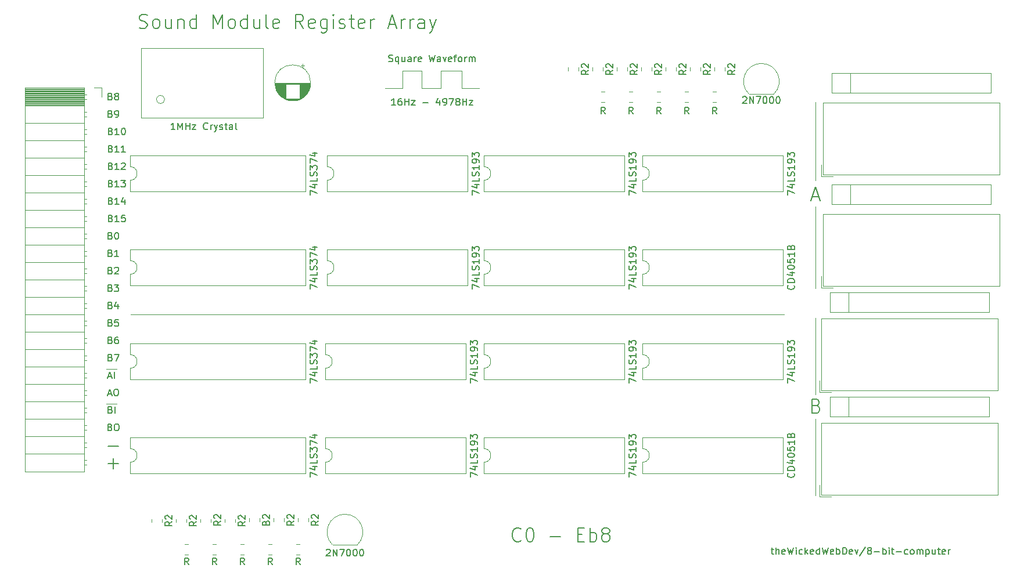
<source format=gbr>
%TF.GenerationSoftware,KiCad,Pcbnew,(5.1.10-1-10_14)*%
%TF.CreationDate,2021-08-16T01:31:51-04:00*%
%TF.ProjectId,sound,736f756e-642e-46b6-9963-61645f706362,rev?*%
%TF.SameCoordinates,Original*%
%TF.FileFunction,Legend,Top*%
%TF.FilePolarity,Positive*%
%FSLAX46Y46*%
G04 Gerber Fmt 4.6, Leading zero omitted, Abs format (unit mm)*
G04 Created by KiCad (PCBNEW (5.1.10-1-10_14)) date 2021-08-16 01:31:51*
%MOMM*%
%LPD*%
G01*
G04 APERTURE LIST*
%ADD10C,0.120000*%
%ADD11C,0.150000*%
%ADD12C,0.200000*%
G04 APERTURE END LIST*
D10*
X137410000Y-83920000D02*
X135886000Y-83920000D01*
X137410000Y-78840000D02*
X135886000Y-78840000D01*
X239268000Y-86106000D02*
X239268000Y-97282000D01*
X239268000Y-82550000D02*
X239268000Y-71374000D01*
X239268000Y-55118000D02*
X239268000Y-67056000D01*
X239268000Y-39878000D02*
X239268000Y-51308000D01*
X139446000Y-70866000D02*
X234696000Y-70866000D01*
D11*
X196326857Y-103838285D02*
X196231619Y-103933523D01*
X195945904Y-104028761D01*
X195755428Y-104028761D01*
X195469714Y-103933523D01*
X195279238Y-103743047D01*
X195184000Y-103552571D01*
X195088761Y-103171619D01*
X195088761Y-102885904D01*
X195184000Y-102504952D01*
X195279238Y-102314476D01*
X195469714Y-102124000D01*
X195755428Y-102028761D01*
X195945904Y-102028761D01*
X196231619Y-102124000D01*
X196326857Y-102219238D01*
X197564952Y-102028761D02*
X197755428Y-102028761D01*
X197945904Y-102124000D01*
X198041142Y-102219238D01*
X198136380Y-102409714D01*
X198231619Y-102790666D01*
X198231619Y-103266857D01*
X198136380Y-103647809D01*
X198041142Y-103838285D01*
X197945904Y-103933523D01*
X197755428Y-104028761D01*
X197564952Y-104028761D01*
X197374476Y-103933523D01*
X197279238Y-103838285D01*
X197184000Y-103647809D01*
X197088761Y-103266857D01*
X197088761Y-102790666D01*
X197184000Y-102409714D01*
X197279238Y-102219238D01*
X197374476Y-102124000D01*
X197564952Y-102028761D01*
X200612571Y-103266857D02*
X202136380Y-103266857D01*
X204612571Y-102981142D02*
X205279238Y-102981142D01*
X205564952Y-104028761D02*
X204612571Y-104028761D01*
X204612571Y-102028761D01*
X205564952Y-102028761D01*
X206422095Y-104028761D02*
X206422095Y-102028761D01*
X206422095Y-102790666D02*
X206612571Y-102695428D01*
X206993523Y-102695428D01*
X207184000Y-102790666D01*
X207279238Y-102885904D01*
X207374476Y-103076380D01*
X207374476Y-103647809D01*
X207279238Y-103838285D01*
X207184000Y-103933523D01*
X206993523Y-104028761D01*
X206612571Y-104028761D01*
X206422095Y-103933523D01*
X208517333Y-102885904D02*
X208326857Y-102790666D01*
X208231619Y-102695428D01*
X208136380Y-102504952D01*
X208136380Y-102409714D01*
X208231619Y-102219238D01*
X208326857Y-102124000D01*
X208517333Y-102028761D01*
X208898285Y-102028761D01*
X209088761Y-102124000D01*
X209184000Y-102219238D01*
X209279238Y-102409714D01*
X209279238Y-102504952D01*
X209184000Y-102695428D01*
X209088761Y-102790666D01*
X208898285Y-102885904D01*
X208517333Y-102885904D01*
X208326857Y-102981142D01*
X208231619Y-103076380D01*
X208136380Y-103266857D01*
X208136380Y-103647809D01*
X208231619Y-103838285D01*
X208326857Y-103933523D01*
X208517333Y-104028761D01*
X208898285Y-104028761D01*
X209088761Y-103933523D01*
X209184000Y-103838285D01*
X209279238Y-103647809D01*
X209279238Y-103266857D01*
X209184000Y-103076380D01*
X209088761Y-102981142D01*
X208898285Y-102885904D01*
X178054666Y-40330380D02*
X177483238Y-40330380D01*
X177768952Y-40330380D02*
X177768952Y-39330380D01*
X177673714Y-39473238D01*
X177578476Y-39568476D01*
X177483238Y-39616095D01*
X178911809Y-39330380D02*
X178721333Y-39330380D01*
X178626095Y-39378000D01*
X178578476Y-39425619D01*
X178483238Y-39568476D01*
X178435619Y-39758952D01*
X178435619Y-40139904D01*
X178483238Y-40235142D01*
X178530857Y-40282761D01*
X178626095Y-40330380D01*
X178816571Y-40330380D01*
X178911809Y-40282761D01*
X178959428Y-40235142D01*
X179007047Y-40139904D01*
X179007047Y-39901809D01*
X178959428Y-39806571D01*
X178911809Y-39758952D01*
X178816571Y-39711333D01*
X178626095Y-39711333D01*
X178530857Y-39758952D01*
X178483238Y-39806571D01*
X178435619Y-39901809D01*
X179435619Y-40330380D02*
X179435619Y-39330380D01*
X179435619Y-39806571D02*
X180007047Y-39806571D01*
X180007047Y-40330380D02*
X180007047Y-39330380D01*
X180388000Y-39663714D02*
X180911809Y-39663714D01*
X180388000Y-40330380D01*
X180911809Y-40330380D01*
X182054666Y-39949428D02*
X182816571Y-39949428D01*
X184483238Y-39663714D02*
X184483238Y-40330380D01*
X184245142Y-39282761D02*
X184007047Y-39997047D01*
X184626095Y-39997047D01*
X185054666Y-40330380D02*
X185245142Y-40330380D01*
X185340380Y-40282761D01*
X185388000Y-40235142D01*
X185483238Y-40092285D01*
X185530857Y-39901809D01*
X185530857Y-39520857D01*
X185483238Y-39425619D01*
X185435619Y-39378000D01*
X185340380Y-39330380D01*
X185149904Y-39330380D01*
X185054666Y-39378000D01*
X185007047Y-39425619D01*
X184959428Y-39520857D01*
X184959428Y-39758952D01*
X185007047Y-39854190D01*
X185054666Y-39901809D01*
X185149904Y-39949428D01*
X185340380Y-39949428D01*
X185435619Y-39901809D01*
X185483238Y-39854190D01*
X185530857Y-39758952D01*
X185864190Y-39330380D02*
X186530857Y-39330380D01*
X186102285Y-40330380D01*
X187054666Y-39758952D02*
X186959428Y-39711333D01*
X186911809Y-39663714D01*
X186864190Y-39568476D01*
X186864190Y-39520857D01*
X186911809Y-39425619D01*
X186959428Y-39378000D01*
X187054666Y-39330380D01*
X187245142Y-39330380D01*
X187340380Y-39378000D01*
X187388000Y-39425619D01*
X187435619Y-39520857D01*
X187435619Y-39568476D01*
X187388000Y-39663714D01*
X187340380Y-39711333D01*
X187245142Y-39758952D01*
X187054666Y-39758952D01*
X186959428Y-39806571D01*
X186911809Y-39854190D01*
X186864190Y-39949428D01*
X186864190Y-40139904D01*
X186911809Y-40235142D01*
X186959428Y-40282761D01*
X187054666Y-40330380D01*
X187245142Y-40330380D01*
X187340380Y-40282761D01*
X187388000Y-40235142D01*
X187435619Y-40139904D01*
X187435619Y-39949428D01*
X187388000Y-39854190D01*
X187340380Y-39806571D01*
X187245142Y-39758952D01*
X187864190Y-40330380D02*
X187864190Y-39330380D01*
X187864190Y-39806571D02*
X188435619Y-39806571D01*
X188435619Y-40330380D02*
X188435619Y-39330380D01*
X188816571Y-39663714D02*
X189340380Y-39663714D01*
X188816571Y-40330380D01*
X189340380Y-40330380D01*
D10*
X187706000Y-37846000D02*
X190246000Y-37846000D01*
D11*
X177078476Y-33932761D02*
X177221333Y-33980380D01*
X177459428Y-33980380D01*
X177554666Y-33932761D01*
X177602285Y-33885142D01*
X177649904Y-33789904D01*
X177649904Y-33694666D01*
X177602285Y-33599428D01*
X177554666Y-33551809D01*
X177459428Y-33504190D01*
X177268952Y-33456571D01*
X177173714Y-33408952D01*
X177126095Y-33361333D01*
X177078476Y-33266095D01*
X177078476Y-33170857D01*
X177126095Y-33075619D01*
X177173714Y-33028000D01*
X177268952Y-32980380D01*
X177507047Y-32980380D01*
X177649904Y-33028000D01*
X178507047Y-33313714D02*
X178507047Y-34313714D01*
X178507047Y-33932761D02*
X178411809Y-33980380D01*
X178221333Y-33980380D01*
X178126095Y-33932761D01*
X178078476Y-33885142D01*
X178030857Y-33789904D01*
X178030857Y-33504190D01*
X178078476Y-33408952D01*
X178126095Y-33361333D01*
X178221333Y-33313714D01*
X178411809Y-33313714D01*
X178507047Y-33361333D01*
X179411809Y-33313714D02*
X179411809Y-33980380D01*
X178983238Y-33313714D02*
X178983238Y-33837523D01*
X179030857Y-33932761D01*
X179126095Y-33980380D01*
X179268952Y-33980380D01*
X179364190Y-33932761D01*
X179411809Y-33885142D01*
X180316571Y-33980380D02*
X180316571Y-33456571D01*
X180268952Y-33361333D01*
X180173714Y-33313714D01*
X179983238Y-33313714D01*
X179888000Y-33361333D01*
X180316571Y-33932761D02*
X180221333Y-33980380D01*
X179983238Y-33980380D01*
X179888000Y-33932761D01*
X179840380Y-33837523D01*
X179840380Y-33742285D01*
X179888000Y-33647047D01*
X179983238Y-33599428D01*
X180221333Y-33599428D01*
X180316571Y-33551809D01*
X180792761Y-33980380D02*
X180792761Y-33313714D01*
X180792761Y-33504190D02*
X180840380Y-33408952D01*
X180888000Y-33361333D01*
X180983238Y-33313714D01*
X181078476Y-33313714D01*
X181792761Y-33932761D02*
X181697523Y-33980380D01*
X181507047Y-33980380D01*
X181411809Y-33932761D01*
X181364190Y-33837523D01*
X181364190Y-33456571D01*
X181411809Y-33361333D01*
X181507047Y-33313714D01*
X181697523Y-33313714D01*
X181792761Y-33361333D01*
X181840380Y-33456571D01*
X181840380Y-33551809D01*
X181364190Y-33647047D01*
X182935619Y-32980380D02*
X183173714Y-33980380D01*
X183364190Y-33266095D01*
X183554666Y-33980380D01*
X183792761Y-32980380D01*
X184602285Y-33980380D02*
X184602285Y-33456571D01*
X184554666Y-33361333D01*
X184459428Y-33313714D01*
X184268952Y-33313714D01*
X184173714Y-33361333D01*
X184602285Y-33932761D02*
X184507047Y-33980380D01*
X184268952Y-33980380D01*
X184173714Y-33932761D01*
X184126095Y-33837523D01*
X184126095Y-33742285D01*
X184173714Y-33647047D01*
X184268952Y-33599428D01*
X184507047Y-33599428D01*
X184602285Y-33551809D01*
X184983238Y-33313714D02*
X185221333Y-33980380D01*
X185459428Y-33313714D01*
X186221333Y-33932761D02*
X186126095Y-33980380D01*
X185935619Y-33980380D01*
X185840380Y-33932761D01*
X185792761Y-33837523D01*
X185792761Y-33456571D01*
X185840380Y-33361333D01*
X185935619Y-33313714D01*
X186126095Y-33313714D01*
X186221333Y-33361333D01*
X186268952Y-33456571D01*
X186268952Y-33551809D01*
X185792761Y-33647047D01*
X186554666Y-33313714D02*
X186935619Y-33313714D01*
X186697523Y-33980380D02*
X186697523Y-33123238D01*
X186745142Y-33028000D01*
X186840380Y-32980380D01*
X186935619Y-32980380D01*
X187411809Y-33980380D02*
X187316571Y-33932761D01*
X187268952Y-33885142D01*
X187221333Y-33789904D01*
X187221333Y-33504190D01*
X187268952Y-33408952D01*
X187316571Y-33361333D01*
X187411809Y-33313714D01*
X187554666Y-33313714D01*
X187649904Y-33361333D01*
X187697523Y-33408952D01*
X187745142Y-33504190D01*
X187745142Y-33789904D01*
X187697523Y-33885142D01*
X187649904Y-33932761D01*
X187554666Y-33980380D01*
X187411809Y-33980380D01*
X188173714Y-33980380D02*
X188173714Y-33313714D01*
X188173714Y-33504190D02*
X188221333Y-33408952D01*
X188268952Y-33361333D01*
X188364190Y-33313714D01*
X188459428Y-33313714D01*
X188792761Y-33980380D02*
X188792761Y-33313714D01*
X188792761Y-33408952D02*
X188840380Y-33361333D01*
X188935619Y-33313714D01*
X189078476Y-33313714D01*
X189173714Y-33361333D01*
X189221333Y-33456571D01*
X189221333Y-33980380D01*
X189221333Y-33456571D02*
X189268952Y-33361333D01*
X189364190Y-33313714D01*
X189507047Y-33313714D01*
X189602285Y-33361333D01*
X189649904Y-33456571D01*
X189649904Y-33980380D01*
D10*
X187706000Y-35306000D02*
X187706000Y-37846000D01*
X184658000Y-35306000D02*
X187706000Y-35306000D01*
X184658000Y-37846000D02*
X184658000Y-35306000D01*
X181864000Y-37846000D02*
X184658000Y-37846000D01*
X181864000Y-35306000D02*
X181864000Y-37846000D01*
X179070000Y-35306000D02*
X181864000Y-35306000D01*
X179070000Y-37846000D02*
X179070000Y-35306000D01*
X176530000Y-37846000D02*
X179070000Y-37846000D01*
D11*
X232824380Y-105195714D02*
X233205333Y-105195714D01*
X232967238Y-104862380D02*
X232967238Y-105719523D01*
X233014857Y-105814761D01*
X233110095Y-105862380D01*
X233205333Y-105862380D01*
X233538666Y-105862380D02*
X233538666Y-104862380D01*
X233967238Y-105862380D02*
X233967238Y-105338571D01*
X233919619Y-105243333D01*
X233824380Y-105195714D01*
X233681523Y-105195714D01*
X233586285Y-105243333D01*
X233538666Y-105290952D01*
X234824380Y-105814761D02*
X234729142Y-105862380D01*
X234538666Y-105862380D01*
X234443428Y-105814761D01*
X234395809Y-105719523D01*
X234395809Y-105338571D01*
X234443428Y-105243333D01*
X234538666Y-105195714D01*
X234729142Y-105195714D01*
X234824380Y-105243333D01*
X234872000Y-105338571D01*
X234872000Y-105433809D01*
X234395809Y-105529047D01*
X235205333Y-104862380D02*
X235443428Y-105862380D01*
X235633904Y-105148095D01*
X235824380Y-105862380D01*
X236062476Y-104862380D01*
X236443428Y-105862380D02*
X236443428Y-105195714D01*
X236443428Y-104862380D02*
X236395809Y-104910000D01*
X236443428Y-104957619D01*
X236491047Y-104910000D01*
X236443428Y-104862380D01*
X236443428Y-104957619D01*
X237348190Y-105814761D02*
X237252952Y-105862380D01*
X237062476Y-105862380D01*
X236967238Y-105814761D01*
X236919619Y-105767142D01*
X236872000Y-105671904D01*
X236872000Y-105386190D01*
X236919619Y-105290952D01*
X236967238Y-105243333D01*
X237062476Y-105195714D01*
X237252952Y-105195714D01*
X237348190Y-105243333D01*
X237776761Y-105862380D02*
X237776761Y-104862380D01*
X237872000Y-105481428D02*
X238157714Y-105862380D01*
X238157714Y-105195714D02*
X237776761Y-105576666D01*
X238967238Y-105814761D02*
X238872000Y-105862380D01*
X238681523Y-105862380D01*
X238586285Y-105814761D01*
X238538666Y-105719523D01*
X238538666Y-105338571D01*
X238586285Y-105243333D01*
X238681523Y-105195714D01*
X238872000Y-105195714D01*
X238967238Y-105243333D01*
X239014857Y-105338571D01*
X239014857Y-105433809D01*
X238538666Y-105529047D01*
X239872000Y-105862380D02*
X239872000Y-104862380D01*
X239872000Y-105814761D02*
X239776761Y-105862380D01*
X239586285Y-105862380D01*
X239491047Y-105814761D01*
X239443428Y-105767142D01*
X239395809Y-105671904D01*
X239395809Y-105386190D01*
X239443428Y-105290952D01*
X239491047Y-105243333D01*
X239586285Y-105195714D01*
X239776761Y-105195714D01*
X239872000Y-105243333D01*
X240252952Y-104862380D02*
X240491047Y-105862380D01*
X240681523Y-105148095D01*
X240872000Y-105862380D01*
X241110095Y-104862380D01*
X241872000Y-105814761D02*
X241776761Y-105862380D01*
X241586285Y-105862380D01*
X241491047Y-105814761D01*
X241443428Y-105719523D01*
X241443428Y-105338571D01*
X241491047Y-105243333D01*
X241586285Y-105195714D01*
X241776761Y-105195714D01*
X241872000Y-105243333D01*
X241919619Y-105338571D01*
X241919619Y-105433809D01*
X241443428Y-105529047D01*
X242348190Y-105862380D02*
X242348190Y-104862380D01*
X242348190Y-105243333D02*
X242443428Y-105195714D01*
X242633904Y-105195714D01*
X242729142Y-105243333D01*
X242776761Y-105290952D01*
X242824380Y-105386190D01*
X242824380Y-105671904D01*
X242776761Y-105767142D01*
X242729142Y-105814761D01*
X242633904Y-105862380D01*
X242443428Y-105862380D01*
X242348190Y-105814761D01*
X243252952Y-105862380D02*
X243252952Y-104862380D01*
X243491047Y-104862380D01*
X243633904Y-104910000D01*
X243729142Y-105005238D01*
X243776761Y-105100476D01*
X243824380Y-105290952D01*
X243824380Y-105433809D01*
X243776761Y-105624285D01*
X243729142Y-105719523D01*
X243633904Y-105814761D01*
X243491047Y-105862380D01*
X243252952Y-105862380D01*
X244633904Y-105814761D02*
X244538666Y-105862380D01*
X244348190Y-105862380D01*
X244252952Y-105814761D01*
X244205333Y-105719523D01*
X244205333Y-105338571D01*
X244252952Y-105243333D01*
X244348190Y-105195714D01*
X244538666Y-105195714D01*
X244633904Y-105243333D01*
X244681523Y-105338571D01*
X244681523Y-105433809D01*
X244205333Y-105529047D01*
X245014857Y-105195714D02*
X245252952Y-105862380D01*
X245491047Y-105195714D01*
X246586285Y-104814761D02*
X245729142Y-106100476D01*
X247062476Y-105290952D02*
X246967238Y-105243333D01*
X246919619Y-105195714D01*
X246872000Y-105100476D01*
X246872000Y-105052857D01*
X246919619Y-104957619D01*
X246967238Y-104910000D01*
X247062476Y-104862380D01*
X247252952Y-104862380D01*
X247348190Y-104910000D01*
X247395809Y-104957619D01*
X247443428Y-105052857D01*
X247443428Y-105100476D01*
X247395809Y-105195714D01*
X247348190Y-105243333D01*
X247252952Y-105290952D01*
X247062476Y-105290952D01*
X246967238Y-105338571D01*
X246919619Y-105386190D01*
X246872000Y-105481428D01*
X246872000Y-105671904D01*
X246919619Y-105767142D01*
X246967238Y-105814761D01*
X247062476Y-105862380D01*
X247252952Y-105862380D01*
X247348190Y-105814761D01*
X247395809Y-105767142D01*
X247443428Y-105671904D01*
X247443428Y-105481428D01*
X247395809Y-105386190D01*
X247348190Y-105338571D01*
X247252952Y-105290952D01*
X247872000Y-105481428D02*
X248633904Y-105481428D01*
X249110095Y-105862380D02*
X249110095Y-104862380D01*
X249110095Y-105243333D02*
X249205333Y-105195714D01*
X249395809Y-105195714D01*
X249491047Y-105243333D01*
X249538666Y-105290952D01*
X249586285Y-105386190D01*
X249586285Y-105671904D01*
X249538666Y-105767142D01*
X249491047Y-105814761D01*
X249395809Y-105862380D01*
X249205333Y-105862380D01*
X249110095Y-105814761D01*
X250014857Y-105862380D02*
X250014857Y-105195714D01*
X250014857Y-104862380D02*
X249967238Y-104910000D01*
X250014857Y-104957619D01*
X250062476Y-104910000D01*
X250014857Y-104862380D01*
X250014857Y-104957619D01*
X250348190Y-105195714D02*
X250729142Y-105195714D01*
X250491047Y-104862380D02*
X250491047Y-105719523D01*
X250538666Y-105814761D01*
X250633904Y-105862380D01*
X250729142Y-105862380D01*
X251062476Y-105481428D02*
X251824380Y-105481428D01*
X252729142Y-105814761D02*
X252633904Y-105862380D01*
X252443428Y-105862380D01*
X252348190Y-105814761D01*
X252300571Y-105767142D01*
X252252952Y-105671904D01*
X252252952Y-105386190D01*
X252300571Y-105290952D01*
X252348190Y-105243333D01*
X252443428Y-105195714D01*
X252633904Y-105195714D01*
X252729142Y-105243333D01*
X253300571Y-105862380D02*
X253205333Y-105814761D01*
X253157714Y-105767142D01*
X253110095Y-105671904D01*
X253110095Y-105386190D01*
X253157714Y-105290952D01*
X253205333Y-105243333D01*
X253300571Y-105195714D01*
X253443428Y-105195714D01*
X253538666Y-105243333D01*
X253586285Y-105290952D01*
X253633904Y-105386190D01*
X253633904Y-105671904D01*
X253586285Y-105767142D01*
X253538666Y-105814761D01*
X253443428Y-105862380D01*
X253300571Y-105862380D01*
X254062476Y-105862380D02*
X254062476Y-105195714D01*
X254062476Y-105290952D02*
X254110095Y-105243333D01*
X254205333Y-105195714D01*
X254348190Y-105195714D01*
X254443428Y-105243333D01*
X254491047Y-105338571D01*
X254491047Y-105862380D01*
X254491047Y-105338571D02*
X254538666Y-105243333D01*
X254633904Y-105195714D01*
X254776761Y-105195714D01*
X254872000Y-105243333D01*
X254919619Y-105338571D01*
X254919619Y-105862380D01*
X255395809Y-105195714D02*
X255395809Y-106195714D01*
X255395809Y-105243333D02*
X255491047Y-105195714D01*
X255681523Y-105195714D01*
X255776761Y-105243333D01*
X255824380Y-105290952D01*
X255872000Y-105386190D01*
X255872000Y-105671904D01*
X255824380Y-105767142D01*
X255776761Y-105814761D01*
X255681523Y-105862380D01*
X255491047Y-105862380D01*
X255395809Y-105814761D01*
X256729142Y-105195714D02*
X256729142Y-105862380D01*
X256300571Y-105195714D02*
X256300571Y-105719523D01*
X256348190Y-105814761D01*
X256443428Y-105862380D01*
X256586285Y-105862380D01*
X256681523Y-105814761D01*
X256729142Y-105767142D01*
X257062476Y-105195714D02*
X257443428Y-105195714D01*
X257205333Y-104862380D02*
X257205333Y-105719523D01*
X257252952Y-105814761D01*
X257348190Y-105862380D01*
X257443428Y-105862380D01*
X258157714Y-105814761D02*
X258062476Y-105862380D01*
X257872000Y-105862380D01*
X257776761Y-105814761D01*
X257729142Y-105719523D01*
X257729142Y-105338571D01*
X257776761Y-105243333D01*
X257872000Y-105195714D01*
X258062476Y-105195714D01*
X258157714Y-105243333D01*
X258205333Y-105338571D01*
X258205333Y-105433809D01*
X257729142Y-105529047D01*
X258633904Y-105862380D02*
X258633904Y-105195714D01*
X258633904Y-105386190D02*
X258681523Y-105290952D01*
X258729142Y-105243333D01*
X258824380Y-105195714D01*
X258919619Y-105195714D01*
X136144095Y-92598857D02*
X137667904Y-92598857D01*
X136906000Y-93360761D02*
X136906000Y-91836952D01*
X136144095Y-90058857D02*
X137667904Y-90058857D01*
X136453619Y-87304571D02*
X136596476Y-87352190D01*
X136644095Y-87399809D01*
X136691714Y-87495047D01*
X136691714Y-87637904D01*
X136644095Y-87733142D01*
X136596476Y-87780761D01*
X136501238Y-87828380D01*
X136120285Y-87828380D01*
X136120285Y-86828380D01*
X136453619Y-86828380D01*
X136548857Y-86876000D01*
X136596476Y-86923619D01*
X136644095Y-87018857D01*
X136644095Y-87114095D01*
X136596476Y-87209333D01*
X136548857Y-87256952D01*
X136453619Y-87304571D01*
X136120285Y-87304571D01*
X137310761Y-86828380D02*
X137501238Y-86828380D01*
X137596476Y-86876000D01*
X137691714Y-86971238D01*
X137739333Y-87161714D01*
X137739333Y-87495047D01*
X137691714Y-87685523D01*
X137596476Y-87780761D01*
X137501238Y-87828380D01*
X137310761Y-87828380D01*
X137215523Y-87780761D01*
X137120285Y-87685523D01*
X137072666Y-87495047D01*
X137072666Y-87161714D01*
X137120285Y-86971238D01*
X137215523Y-86876000D01*
X137310761Y-86828380D01*
X136485333Y-84764571D02*
X136628190Y-84812190D01*
X136675809Y-84859809D01*
X136723428Y-84955047D01*
X136723428Y-85097904D01*
X136675809Y-85193142D01*
X136628190Y-85240761D01*
X136532952Y-85288380D01*
X136152000Y-85288380D01*
X136152000Y-84288380D01*
X136485333Y-84288380D01*
X136580571Y-84336000D01*
X136628190Y-84383619D01*
X136675809Y-84478857D01*
X136675809Y-84574095D01*
X136628190Y-84669333D01*
X136580571Y-84716952D01*
X136485333Y-84764571D01*
X136152000Y-84764571D01*
X137152000Y-85288380D02*
X137152000Y-84288380D01*
X136144095Y-82462666D02*
X136620285Y-82462666D01*
X136048857Y-82748380D02*
X136382190Y-81748380D01*
X136715523Y-82748380D01*
X137239333Y-81748380D02*
X137429809Y-81748380D01*
X137525047Y-81796000D01*
X137620285Y-81891238D01*
X137667904Y-82081714D01*
X137667904Y-82415047D01*
X137620285Y-82605523D01*
X137525047Y-82700761D01*
X137429809Y-82748380D01*
X137239333Y-82748380D01*
X137144095Y-82700761D01*
X137048857Y-82605523D01*
X137001238Y-82415047D01*
X137001238Y-82081714D01*
X137048857Y-81891238D01*
X137144095Y-81796000D01*
X137239333Y-81748380D01*
X136175809Y-79922666D02*
X136652000Y-79922666D01*
X136080571Y-80208380D02*
X136413904Y-79208380D01*
X136747238Y-80208380D01*
X137080571Y-80208380D02*
X137080571Y-79208380D01*
X136501238Y-77144571D02*
X136644095Y-77192190D01*
X136691714Y-77239809D01*
X136739333Y-77335047D01*
X136739333Y-77477904D01*
X136691714Y-77573142D01*
X136644095Y-77620761D01*
X136548857Y-77668380D01*
X136167904Y-77668380D01*
X136167904Y-76668380D01*
X136501238Y-76668380D01*
X136596476Y-76716000D01*
X136644095Y-76763619D01*
X136691714Y-76858857D01*
X136691714Y-76954095D01*
X136644095Y-77049333D01*
X136596476Y-77096952D01*
X136501238Y-77144571D01*
X136167904Y-77144571D01*
X137072666Y-76668380D02*
X137739333Y-76668380D01*
X137310761Y-77668380D01*
X136501238Y-74604571D02*
X136644095Y-74652190D01*
X136691714Y-74699809D01*
X136739333Y-74795047D01*
X136739333Y-74937904D01*
X136691714Y-75033142D01*
X136644095Y-75080761D01*
X136548857Y-75128380D01*
X136167904Y-75128380D01*
X136167904Y-74128380D01*
X136501238Y-74128380D01*
X136596476Y-74176000D01*
X136644095Y-74223619D01*
X136691714Y-74318857D01*
X136691714Y-74414095D01*
X136644095Y-74509333D01*
X136596476Y-74556952D01*
X136501238Y-74604571D01*
X136167904Y-74604571D01*
X137596476Y-74128380D02*
X137406000Y-74128380D01*
X137310761Y-74176000D01*
X137263142Y-74223619D01*
X137167904Y-74366476D01*
X137120285Y-74556952D01*
X137120285Y-74937904D01*
X137167904Y-75033142D01*
X137215523Y-75080761D01*
X137310761Y-75128380D01*
X137501238Y-75128380D01*
X137596476Y-75080761D01*
X137644095Y-75033142D01*
X137691714Y-74937904D01*
X137691714Y-74699809D01*
X137644095Y-74604571D01*
X137596476Y-74556952D01*
X137501238Y-74509333D01*
X137310761Y-74509333D01*
X137215523Y-74556952D01*
X137167904Y-74604571D01*
X137120285Y-74699809D01*
X136501238Y-72064571D02*
X136644095Y-72112190D01*
X136691714Y-72159809D01*
X136739333Y-72255047D01*
X136739333Y-72397904D01*
X136691714Y-72493142D01*
X136644095Y-72540761D01*
X136548857Y-72588380D01*
X136167904Y-72588380D01*
X136167904Y-71588380D01*
X136501238Y-71588380D01*
X136596476Y-71636000D01*
X136644095Y-71683619D01*
X136691714Y-71778857D01*
X136691714Y-71874095D01*
X136644095Y-71969333D01*
X136596476Y-72016952D01*
X136501238Y-72064571D01*
X136167904Y-72064571D01*
X137644095Y-71588380D02*
X137167904Y-71588380D01*
X137120285Y-72064571D01*
X137167904Y-72016952D01*
X137263142Y-71969333D01*
X137501238Y-71969333D01*
X137596476Y-72016952D01*
X137644095Y-72064571D01*
X137691714Y-72159809D01*
X137691714Y-72397904D01*
X137644095Y-72493142D01*
X137596476Y-72540761D01*
X137501238Y-72588380D01*
X137263142Y-72588380D01*
X137167904Y-72540761D01*
X137120285Y-72493142D01*
X136501238Y-69524571D02*
X136644095Y-69572190D01*
X136691714Y-69619809D01*
X136739333Y-69715047D01*
X136739333Y-69857904D01*
X136691714Y-69953142D01*
X136644095Y-70000761D01*
X136548857Y-70048380D01*
X136167904Y-70048380D01*
X136167904Y-69048380D01*
X136501238Y-69048380D01*
X136596476Y-69096000D01*
X136644095Y-69143619D01*
X136691714Y-69238857D01*
X136691714Y-69334095D01*
X136644095Y-69429333D01*
X136596476Y-69476952D01*
X136501238Y-69524571D01*
X136167904Y-69524571D01*
X137596476Y-69381714D02*
X137596476Y-70048380D01*
X137358380Y-69000761D02*
X137120285Y-69715047D01*
X137739333Y-69715047D01*
X136501238Y-66984571D02*
X136644095Y-67032190D01*
X136691714Y-67079809D01*
X136739333Y-67175047D01*
X136739333Y-67317904D01*
X136691714Y-67413142D01*
X136644095Y-67460761D01*
X136548857Y-67508380D01*
X136167904Y-67508380D01*
X136167904Y-66508380D01*
X136501238Y-66508380D01*
X136596476Y-66556000D01*
X136644095Y-66603619D01*
X136691714Y-66698857D01*
X136691714Y-66794095D01*
X136644095Y-66889333D01*
X136596476Y-66936952D01*
X136501238Y-66984571D01*
X136167904Y-66984571D01*
X137072666Y-66508380D02*
X137691714Y-66508380D01*
X137358380Y-66889333D01*
X137501238Y-66889333D01*
X137596476Y-66936952D01*
X137644095Y-66984571D01*
X137691714Y-67079809D01*
X137691714Y-67317904D01*
X137644095Y-67413142D01*
X137596476Y-67460761D01*
X137501238Y-67508380D01*
X137215523Y-67508380D01*
X137120285Y-67460761D01*
X137072666Y-67413142D01*
X136501238Y-64444571D02*
X136644095Y-64492190D01*
X136691714Y-64539809D01*
X136739333Y-64635047D01*
X136739333Y-64777904D01*
X136691714Y-64873142D01*
X136644095Y-64920761D01*
X136548857Y-64968380D01*
X136167904Y-64968380D01*
X136167904Y-63968380D01*
X136501238Y-63968380D01*
X136596476Y-64016000D01*
X136644095Y-64063619D01*
X136691714Y-64158857D01*
X136691714Y-64254095D01*
X136644095Y-64349333D01*
X136596476Y-64396952D01*
X136501238Y-64444571D01*
X136167904Y-64444571D01*
X137120285Y-64063619D02*
X137167904Y-64016000D01*
X137263142Y-63968380D01*
X137501238Y-63968380D01*
X137596476Y-64016000D01*
X137644095Y-64063619D01*
X137691714Y-64158857D01*
X137691714Y-64254095D01*
X137644095Y-64396952D01*
X137072666Y-64968380D01*
X137691714Y-64968380D01*
X136501238Y-61904571D02*
X136644095Y-61952190D01*
X136691714Y-61999809D01*
X136739333Y-62095047D01*
X136739333Y-62237904D01*
X136691714Y-62333142D01*
X136644095Y-62380761D01*
X136548857Y-62428380D01*
X136167904Y-62428380D01*
X136167904Y-61428380D01*
X136501238Y-61428380D01*
X136596476Y-61476000D01*
X136644095Y-61523619D01*
X136691714Y-61618857D01*
X136691714Y-61714095D01*
X136644095Y-61809333D01*
X136596476Y-61856952D01*
X136501238Y-61904571D01*
X136167904Y-61904571D01*
X137691714Y-62428380D02*
X137120285Y-62428380D01*
X137406000Y-62428380D02*
X137406000Y-61428380D01*
X137310761Y-61571238D01*
X137215523Y-61666476D01*
X137120285Y-61714095D01*
X136501238Y-59364571D02*
X136644095Y-59412190D01*
X136691714Y-59459809D01*
X136739333Y-59555047D01*
X136739333Y-59697904D01*
X136691714Y-59793142D01*
X136644095Y-59840761D01*
X136548857Y-59888380D01*
X136167904Y-59888380D01*
X136167904Y-58888380D01*
X136501238Y-58888380D01*
X136596476Y-58936000D01*
X136644095Y-58983619D01*
X136691714Y-59078857D01*
X136691714Y-59174095D01*
X136644095Y-59269333D01*
X136596476Y-59316952D01*
X136501238Y-59364571D01*
X136167904Y-59364571D01*
X137358380Y-58888380D02*
X137453619Y-58888380D01*
X137548857Y-58936000D01*
X137596476Y-58983619D01*
X137644095Y-59078857D01*
X137691714Y-59269333D01*
X137691714Y-59507428D01*
X137644095Y-59697904D01*
X137596476Y-59793142D01*
X137548857Y-59840761D01*
X137453619Y-59888380D01*
X137358380Y-59888380D01*
X137263142Y-59840761D01*
X137215523Y-59793142D01*
X137167904Y-59697904D01*
X137120285Y-59507428D01*
X137120285Y-59269333D01*
X137167904Y-59078857D01*
X137215523Y-58983619D01*
X137263142Y-58936000D01*
X137358380Y-58888380D01*
X136533047Y-56824571D02*
X136675904Y-56872190D01*
X136723523Y-56919809D01*
X136771142Y-57015047D01*
X136771142Y-57157904D01*
X136723523Y-57253142D01*
X136675904Y-57300761D01*
X136580666Y-57348380D01*
X136199714Y-57348380D01*
X136199714Y-56348380D01*
X136533047Y-56348380D01*
X136628285Y-56396000D01*
X136675904Y-56443619D01*
X136723523Y-56538857D01*
X136723523Y-56634095D01*
X136675904Y-56729333D01*
X136628285Y-56776952D01*
X136533047Y-56824571D01*
X136199714Y-56824571D01*
X137723523Y-57348380D02*
X137152095Y-57348380D01*
X137437809Y-57348380D02*
X137437809Y-56348380D01*
X137342571Y-56491238D01*
X137247333Y-56586476D01*
X137152095Y-56634095D01*
X138628285Y-56348380D02*
X138152095Y-56348380D01*
X138104476Y-56824571D01*
X138152095Y-56776952D01*
X138247333Y-56729333D01*
X138485428Y-56729333D01*
X138580666Y-56776952D01*
X138628285Y-56824571D01*
X138675904Y-56919809D01*
X138675904Y-57157904D01*
X138628285Y-57253142D01*
X138580666Y-57300761D01*
X138485428Y-57348380D01*
X138247333Y-57348380D01*
X138152095Y-57300761D01*
X138104476Y-57253142D01*
X136533047Y-54284571D02*
X136675904Y-54332190D01*
X136723523Y-54379809D01*
X136771142Y-54475047D01*
X136771142Y-54617904D01*
X136723523Y-54713142D01*
X136675904Y-54760761D01*
X136580666Y-54808380D01*
X136199714Y-54808380D01*
X136199714Y-53808380D01*
X136533047Y-53808380D01*
X136628285Y-53856000D01*
X136675904Y-53903619D01*
X136723523Y-53998857D01*
X136723523Y-54094095D01*
X136675904Y-54189333D01*
X136628285Y-54236952D01*
X136533047Y-54284571D01*
X136199714Y-54284571D01*
X137723523Y-54808380D02*
X137152095Y-54808380D01*
X137437809Y-54808380D02*
X137437809Y-53808380D01*
X137342571Y-53951238D01*
X137247333Y-54046476D01*
X137152095Y-54094095D01*
X138580666Y-54141714D02*
X138580666Y-54808380D01*
X138342571Y-53760761D02*
X138104476Y-54475047D01*
X138723523Y-54475047D01*
X136533047Y-51744571D02*
X136675904Y-51792190D01*
X136723523Y-51839809D01*
X136771142Y-51935047D01*
X136771142Y-52077904D01*
X136723523Y-52173142D01*
X136675904Y-52220761D01*
X136580666Y-52268380D01*
X136199714Y-52268380D01*
X136199714Y-51268380D01*
X136533047Y-51268380D01*
X136628285Y-51316000D01*
X136675904Y-51363619D01*
X136723523Y-51458857D01*
X136723523Y-51554095D01*
X136675904Y-51649333D01*
X136628285Y-51696952D01*
X136533047Y-51744571D01*
X136199714Y-51744571D01*
X137723523Y-52268380D02*
X137152095Y-52268380D01*
X137437809Y-52268380D02*
X137437809Y-51268380D01*
X137342571Y-51411238D01*
X137247333Y-51506476D01*
X137152095Y-51554095D01*
X138056857Y-51268380D02*
X138675904Y-51268380D01*
X138342571Y-51649333D01*
X138485428Y-51649333D01*
X138580666Y-51696952D01*
X138628285Y-51744571D01*
X138675904Y-51839809D01*
X138675904Y-52077904D01*
X138628285Y-52173142D01*
X138580666Y-52220761D01*
X138485428Y-52268380D01*
X138199714Y-52268380D01*
X138104476Y-52220761D01*
X138056857Y-52173142D01*
X136533047Y-49204571D02*
X136675904Y-49252190D01*
X136723523Y-49299809D01*
X136771142Y-49395047D01*
X136771142Y-49537904D01*
X136723523Y-49633142D01*
X136675904Y-49680761D01*
X136580666Y-49728380D01*
X136199714Y-49728380D01*
X136199714Y-48728380D01*
X136533047Y-48728380D01*
X136628285Y-48776000D01*
X136675904Y-48823619D01*
X136723523Y-48918857D01*
X136723523Y-49014095D01*
X136675904Y-49109333D01*
X136628285Y-49156952D01*
X136533047Y-49204571D01*
X136199714Y-49204571D01*
X137723523Y-49728380D02*
X137152095Y-49728380D01*
X137437809Y-49728380D02*
X137437809Y-48728380D01*
X137342571Y-48871238D01*
X137247333Y-48966476D01*
X137152095Y-49014095D01*
X138104476Y-48823619D02*
X138152095Y-48776000D01*
X138247333Y-48728380D01*
X138485428Y-48728380D01*
X138580666Y-48776000D01*
X138628285Y-48823619D01*
X138675904Y-48918857D01*
X138675904Y-49014095D01*
X138628285Y-49156952D01*
X138056857Y-49728380D01*
X138675904Y-49728380D01*
X136533047Y-46664571D02*
X136675904Y-46712190D01*
X136723523Y-46759809D01*
X136771142Y-46855047D01*
X136771142Y-46997904D01*
X136723523Y-47093142D01*
X136675904Y-47140761D01*
X136580666Y-47188380D01*
X136199714Y-47188380D01*
X136199714Y-46188380D01*
X136533047Y-46188380D01*
X136628285Y-46236000D01*
X136675904Y-46283619D01*
X136723523Y-46378857D01*
X136723523Y-46474095D01*
X136675904Y-46569333D01*
X136628285Y-46616952D01*
X136533047Y-46664571D01*
X136199714Y-46664571D01*
X137723523Y-47188380D02*
X137152095Y-47188380D01*
X137437809Y-47188380D02*
X137437809Y-46188380D01*
X137342571Y-46331238D01*
X137247333Y-46426476D01*
X137152095Y-46474095D01*
X138675904Y-47188380D02*
X138104476Y-47188380D01*
X138390190Y-47188380D02*
X138390190Y-46188380D01*
X138294952Y-46331238D01*
X138199714Y-46426476D01*
X138104476Y-46474095D01*
X136533047Y-44124571D02*
X136675904Y-44172190D01*
X136723523Y-44219809D01*
X136771142Y-44315047D01*
X136771142Y-44457904D01*
X136723523Y-44553142D01*
X136675904Y-44600761D01*
X136580666Y-44648380D01*
X136199714Y-44648380D01*
X136199714Y-43648380D01*
X136533047Y-43648380D01*
X136628285Y-43696000D01*
X136675904Y-43743619D01*
X136723523Y-43838857D01*
X136723523Y-43934095D01*
X136675904Y-44029333D01*
X136628285Y-44076952D01*
X136533047Y-44124571D01*
X136199714Y-44124571D01*
X137723523Y-44648380D02*
X137152095Y-44648380D01*
X137437809Y-44648380D02*
X137437809Y-43648380D01*
X137342571Y-43791238D01*
X137247333Y-43886476D01*
X137152095Y-43934095D01*
X138342571Y-43648380D02*
X138437809Y-43648380D01*
X138533047Y-43696000D01*
X138580666Y-43743619D01*
X138628285Y-43838857D01*
X138675904Y-44029333D01*
X138675904Y-44267428D01*
X138628285Y-44457904D01*
X138580666Y-44553142D01*
X138533047Y-44600761D01*
X138437809Y-44648380D01*
X138342571Y-44648380D01*
X138247333Y-44600761D01*
X138199714Y-44553142D01*
X138152095Y-44457904D01*
X138104476Y-44267428D01*
X138104476Y-44029333D01*
X138152095Y-43838857D01*
X138199714Y-43743619D01*
X138247333Y-43696000D01*
X138342571Y-43648380D01*
X136501238Y-41584571D02*
X136644095Y-41632190D01*
X136691714Y-41679809D01*
X136739333Y-41775047D01*
X136739333Y-41917904D01*
X136691714Y-42013142D01*
X136644095Y-42060761D01*
X136548857Y-42108380D01*
X136167904Y-42108380D01*
X136167904Y-41108380D01*
X136501238Y-41108380D01*
X136596476Y-41156000D01*
X136644095Y-41203619D01*
X136691714Y-41298857D01*
X136691714Y-41394095D01*
X136644095Y-41489333D01*
X136596476Y-41536952D01*
X136501238Y-41584571D01*
X136167904Y-41584571D01*
X137215523Y-42108380D02*
X137406000Y-42108380D01*
X137501238Y-42060761D01*
X137548857Y-42013142D01*
X137644095Y-41870285D01*
X137691714Y-41679809D01*
X137691714Y-41298857D01*
X137644095Y-41203619D01*
X137596476Y-41156000D01*
X137501238Y-41108380D01*
X137310761Y-41108380D01*
X137215523Y-41156000D01*
X137167904Y-41203619D01*
X137120285Y-41298857D01*
X137120285Y-41536952D01*
X137167904Y-41632190D01*
X137215523Y-41679809D01*
X137310761Y-41727428D01*
X137501238Y-41727428D01*
X137596476Y-41679809D01*
X137644095Y-41632190D01*
X137691714Y-41536952D01*
X136501238Y-39044571D02*
X136644095Y-39092190D01*
X136691714Y-39139809D01*
X136739333Y-39235047D01*
X136739333Y-39377904D01*
X136691714Y-39473142D01*
X136644095Y-39520761D01*
X136548857Y-39568380D01*
X136167904Y-39568380D01*
X136167904Y-38568380D01*
X136501238Y-38568380D01*
X136596476Y-38616000D01*
X136644095Y-38663619D01*
X136691714Y-38758857D01*
X136691714Y-38854095D01*
X136644095Y-38949333D01*
X136596476Y-38996952D01*
X136501238Y-39044571D01*
X136167904Y-39044571D01*
X137310761Y-38996952D02*
X137215523Y-38949333D01*
X137167904Y-38901714D01*
X137120285Y-38806476D01*
X137120285Y-38758857D01*
X137167904Y-38663619D01*
X137215523Y-38616000D01*
X137310761Y-38568380D01*
X137501238Y-38568380D01*
X137596476Y-38616000D01*
X137644095Y-38663619D01*
X137691714Y-38758857D01*
X137691714Y-38806476D01*
X137644095Y-38901714D01*
X137596476Y-38949333D01*
X137501238Y-38996952D01*
X137310761Y-38996952D01*
X137215523Y-39044571D01*
X137167904Y-39092190D01*
X137120285Y-39187428D01*
X137120285Y-39377904D01*
X137167904Y-39473142D01*
X137215523Y-39520761D01*
X137310761Y-39568380D01*
X137501238Y-39568380D01*
X137596476Y-39520761D01*
X137644095Y-39473142D01*
X137691714Y-39377904D01*
X137691714Y-39187428D01*
X137644095Y-39092190D01*
X137596476Y-39044571D01*
X137501238Y-38996952D01*
D12*
X239410857Y-84185142D02*
X239696571Y-84280380D01*
X239791809Y-84375619D01*
X239887047Y-84566095D01*
X239887047Y-84851809D01*
X239791809Y-85042285D01*
X239696571Y-85137523D01*
X239506095Y-85232761D01*
X238744190Y-85232761D01*
X238744190Y-83232761D01*
X239410857Y-83232761D01*
X239601333Y-83328000D01*
X239696571Y-83423238D01*
X239791809Y-83613714D01*
X239791809Y-83804190D01*
X239696571Y-83994666D01*
X239601333Y-84089904D01*
X239410857Y-84185142D01*
X238744190Y-84185142D01*
X238791809Y-53673333D02*
X239744190Y-53673333D01*
X238601333Y-54244761D02*
X239268000Y-52244761D01*
X239934666Y-54244761D01*
X140734571Y-29003523D02*
X141020285Y-29098761D01*
X141496476Y-29098761D01*
X141686952Y-29003523D01*
X141782190Y-28908285D01*
X141877428Y-28717809D01*
X141877428Y-28527333D01*
X141782190Y-28336857D01*
X141686952Y-28241619D01*
X141496476Y-28146380D01*
X141115523Y-28051142D01*
X140925047Y-27955904D01*
X140829809Y-27860666D01*
X140734571Y-27670190D01*
X140734571Y-27479714D01*
X140829809Y-27289238D01*
X140925047Y-27194000D01*
X141115523Y-27098761D01*
X141591714Y-27098761D01*
X141877428Y-27194000D01*
X143020285Y-29098761D02*
X142829809Y-29003523D01*
X142734571Y-28908285D01*
X142639333Y-28717809D01*
X142639333Y-28146380D01*
X142734571Y-27955904D01*
X142829809Y-27860666D01*
X143020285Y-27765428D01*
X143306000Y-27765428D01*
X143496476Y-27860666D01*
X143591714Y-27955904D01*
X143686952Y-28146380D01*
X143686952Y-28717809D01*
X143591714Y-28908285D01*
X143496476Y-29003523D01*
X143306000Y-29098761D01*
X143020285Y-29098761D01*
X145401238Y-27765428D02*
X145401238Y-29098761D01*
X144544095Y-27765428D02*
X144544095Y-28813047D01*
X144639333Y-29003523D01*
X144829809Y-29098761D01*
X145115523Y-29098761D01*
X145306000Y-29003523D01*
X145401238Y-28908285D01*
X146353619Y-27765428D02*
X146353619Y-29098761D01*
X146353619Y-27955904D02*
X146448857Y-27860666D01*
X146639333Y-27765428D01*
X146925047Y-27765428D01*
X147115523Y-27860666D01*
X147210761Y-28051142D01*
X147210761Y-29098761D01*
X149020285Y-29098761D02*
X149020285Y-27098761D01*
X149020285Y-29003523D02*
X148829809Y-29098761D01*
X148448857Y-29098761D01*
X148258380Y-29003523D01*
X148163142Y-28908285D01*
X148067904Y-28717809D01*
X148067904Y-28146380D01*
X148163142Y-27955904D01*
X148258380Y-27860666D01*
X148448857Y-27765428D01*
X148829809Y-27765428D01*
X149020285Y-27860666D01*
X151496476Y-29098761D02*
X151496476Y-27098761D01*
X152163142Y-28527333D01*
X152829809Y-27098761D01*
X152829809Y-29098761D01*
X154067904Y-29098761D02*
X153877428Y-29003523D01*
X153782190Y-28908285D01*
X153686952Y-28717809D01*
X153686952Y-28146380D01*
X153782190Y-27955904D01*
X153877428Y-27860666D01*
X154067904Y-27765428D01*
X154353619Y-27765428D01*
X154544095Y-27860666D01*
X154639333Y-27955904D01*
X154734571Y-28146380D01*
X154734571Y-28717809D01*
X154639333Y-28908285D01*
X154544095Y-29003523D01*
X154353619Y-29098761D01*
X154067904Y-29098761D01*
X156448857Y-29098761D02*
X156448857Y-27098761D01*
X156448857Y-29003523D02*
X156258380Y-29098761D01*
X155877428Y-29098761D01*
X155686952Y-29003523D01*
X155591714Y-28908285D01*
X155496476Y-28717809D01*
X155496476Y-28146380D01*
X155591714Y-27955904D01*
X155686952Y-27860666D01*
X155877428Y-27765428D01*
X156258380Y-27765428D01*
X156448857Y-27860666D01*
X158258380Y-27765428D02*
X158258380Y-29098761D01*
X157401238Y-27765428D02*
X157401238Y-28813047D01*
X157496476Y-29003523D01*
X157686952Y-29098761D01*
X157972666Y-29098761D01*
X158163142Y-29003523D01*
X158258380Y-28908285D01*
X159496476Y-29098761D02*
X159306000Y-29003523D01*
X159210761Y-28813047D01*
X159210761Y-27098761D01*
X161020285Y-29003523D02*
X160829809Y-29098761D01*
X160448857Y-29098761D01*
X160258380Y-29003523D01*
X160163142Y-28813047D01*
X160163142Y-28051142D01*
X160258380Y-27860666D01*
X160448857Y-27765428D01*
X160829809Y-27765428D01*
X161020285Y-27860666D01*
X161115523Y-28051142D01*
X161115523Y-28241619D01*
X160163142Y-28432095D01*
X164639333Y-29098761D02*
X163972666Y-28146380D01*
X163496476Y-29098761D02*
X163496476Y-27098761D01*
X164258380Y-27098761D01*
X164448857Y-27194000D01*
X164544095Y-27289238D01*
X164639333Y-27479714D01*
X164639333Y-27765428D01*
X164544095Y-27955904D01*
X164448857Y-28051142D01*
X164258380Y-28146380D01*
X163496476Y-28146380D01*
X166258380Y-29003523D02*
X166067904Y-29098761D01*
X165686952Y-29098761D01*
X165496476Y-29003523D01*
X165401238Y-28813047D01*
X165401238Y-28051142D01*
X165496476Y-27860666D01*
X165686952Y-27765428D01*
X166067904Y-27765428D01*
X166258380Y-27860666D01*
X166353619Y-28051142D01*
X166353619Y-28241619D01*
X165401238Y-28432095D01*
X168067904Y-27765428D02*
X168067904Y-29384476D01*
X167972666Y-29574952D01*
X167877428Y-29670190D01*
X167686952Y-29765428D01*
X167401238Y-29765428D01*
X167210761Y-29670190D01*
X168067904Y-29003523D02*
X167877428Y-29098761D01*
X167496476Y-29098761D01*
X167306000Y-29003523D01*
X167210761Y-28908285D01*
X167115523Y-28717809D01*
X167115523Y-28146380D01*
X167210761Y-27955904D01*
X167306000Y-27860666D01*
X167496476Y-27765428D01*
X167877428Y-27765428D01*
X168067904Y-27860666D01*
X169020285Y-29098761D02*
X169020285Y-27765428D01*
X169020285Y-27098761D02*
X168925047Y-27194000D01*
X169020285Y-27289238D01*
X169115523Y-27194000D01*
X169020285Y-27098761D01*
X169020285Y-27289238D01*
X169877428Y-29003523D02*
X170067904Y-29098761D01*
X170448857Y-29098761D01*
X170639333Y-29003523D01*
X170734571Y-28813047D01*
X170734571Y-28717809D01*
X170639333Y-28527333D01*
X170448857Y-28432095D01*
X170163142Y-28432095D01*
X169972666Y-28336857D01*
X169877428Y-28146380D01*
X169877428Y-28051142D01*
X169972666Y-27860666D01*
X170163142Y-27765428D01*
X170448857Y-27765428D01*
X170639333Y-27860666D01*
X171306000Y-27765428D02*
X172067904Y-27765428D01*
X171591714Y-27098761D02*
X171591714Y-28813047D01*
X171686952Y-29003523D01*
X171877428Y-29098761D01*
X172067904Y-29098761D01*
X173496476Y-29003523D02*
X173306000Y-29098761D01*
X172925047Y-29098761D01*
X172734571Y-29003523D01*
X172639333Y-28813047D01*
X172639333Y-28051142D01*
X172734571Y-27860666D01*
X172925047Y-27765428D01*
X173306000Y-27765428D01*
X173496476Y-27860666D01*
X173591714Y-28051142D01*
X173591714Y-28241619D01*
X172639333Y-28432095D01*
X174448857Y-29098761D02*
X174448857Y-27765428D01*
X174448857Y-28146380D02*
X174544095Y-27955904D01*
X174639333Y-27860666D01*
X174829809Y-27765428D01*
X175020285Y-27765428D01*
X177115523Y-28527333D02*
X178067904Y-28527333D01*
X176925047Y-29098761D02*
X177591714Y-27098761D01*
X178258380Y-29098761D01*
X178925047Y-29098761D02*
X178925047Y-27765428D01*
X178925047Y-28146380D02*
X179020285Y-27955904D01*
X179115523Y-27860666D01*
X179306000Y-27765428D01*
X179496476Y-27765428D01*
X180163142Y-29098761D02*
X180163142Y-27765428D01*
X180163142Y-28146380D02*
X180258380Y-27955904D01*
X180353619Y-27860666D01*
X180544095Y-27765428D01*
X180734571Y-27765428D01*
X182258380Y-29098761D02*
X182258380Y-28051142D01*
X182163142Y-27860666D01*
X181972666Y-27765428D01*
X181591714Y-27765428D01*
X181401238Y-27860666D01*
X182258380Y-29003523D02*
X182067904Y-29098761D01*
X181591714Y-29098761D01*
X181401238Y-29003523D01*
X181306000Y-28813047D01*
X181306000Y-28622571D01*
X181401238Y-28432095D01*
X181591714Y-28336857D01*
X182067904Y-28336857D01*
X182258380Y-28241619D01*
X183020285Y-27765428D02*
X183496476Y-29098761D01*
X183972666Y-27765428D02*
X183496476Y-29098761D01*
X183306000Y-29574952D01*
X183210761Y-29670190D01*
X183020285Y-29765428D01*
D10*
%TO.C,U16*%
X214062000Y-63008000D02*
G75*
G02*
X214062000Y-65008000I0J-1000000D01*
G01*
X214062000Y-65008000D02*
X214062000Y-66658000D01*
X214062000Y-66658000D02*
X234502000Y-66658000D01*
X234502000Y-66658000D02*
X234502000Y-61358000D01*
X234502000Y-61358000D02*
X214062000Y-61358000D01*
X214062000Y-61358000D02*
X214062000Y-63008000D01*
%TO.C,U15*%
X190948000Y-63008000D02*
G75*
G02*
X190948000Y-65008000I0J-1000000D01*
G01*
X190948000Y-65008000D02*
X190948000Y-66658000D01*
X190948000Y-66658000D02*
X211388000Y-66658000D01*
X211388000Y-66658000D02*
X211388000Y-61358000D01*
X211388000Y-61358000D02*
X190948000Y-61358000D01*
X190948000Y-61358000D02*
X190948000Y-63008000D01*
%TO.C,U14*%
X168088000Y-63008000D02*
G75*
G02*
X168088000Y-65008000I0J-1000000D01*
G01*
X168088000Y-65008000D02*
X168088000Y-66658000D01*
X168088000Y-66658000D02*
X188528000Y-66658000D01*
X188528000Y-66658000D02*
X188528000Y-61358000D01*
X188528000Y-61358000D02*
X168088000Y-61358000D01*
X168088000Y-61358000D02*
X168088000Y-63008000D01*
%TO.C,U13*%
X139386000Y-63008000D02*
G75*
G02*
X139386000Y-65008000I0J-1000000D01*
G01*
X139386000Y-65008000D02*
X139386000Y-66658000D01*
X139386000Y-66658000D02*
X164906000Y-66658000D01*
X164906000Y-66658000D02*
X164906000Y-61358000D01*
X164906000Y-61358000D02*
X139386000Y-61358000D01*
X139386000Y-61358000D02*
X139386000Y-63008000D01*
%TO.C,U12*%
X214062000Y-49292000D02*
G75*
G02*
X214062000Y-51292000I0J-1000000D01*
G01*
X214062000Y-51292000D02*
X214062000Y-52942000D01*
X214062000Y-52942000D02*
X234502000Y-52942000D01*
X234502000Y-52942000D02*
X234502000Y-47642000D01*
X234502000Y-47642000D02*
X214062000Y-47642000D01*
X214062000Y-47642000D02*
X214062000Y-49292000D01*
%TO.C,U11*%
X139386000Y-49292000D02*
G75*
G02*
X139386000Y-51292000I0J-1000000D01*
G01*
X139386000Y-51292000D02*
X139386000Y-52942000D01*
X139386000Y-52942000D02*
X164906000Y-52942000D01*
X164906000Y-52942000D02*
X164906000Y-47642000D01*
X164906000Y-47642000D02*
X139386000Y-47642000D01*
X139386000Y-47642000D02*
X139386000Y-49292000D01*
%TO.C,U7*%
X190948000Y-49292000D02*
G75*
G02*
X190948000Y-51292000I0J-1000000D01*
G01*
X190948000Y-51292000D02*
X190948000Y-52942000D01*
X190948000Y-52942000D02*
X211388000Y-52942000D01*
X211388000Y-52942000D02*
X211388000Y-47642000D01*
X211388000Y-47642000D02*
X190948000Y-47642000D01*
X190948000Y-47642000D02*
X190948000Y-49292000D01*
%TO.C,U5*%
X168088000Y-49292000D02*
G75*
G02*
X168088000Y-51292000I0J-1000000D01*
G01*
X168088000Y-51292000D02*
X168088000Y-52942000D01*
X168088000Y-52942000D02*
X188528000Y-52942000D01*
X188528000Y-52942000D02*
X188528000Y-47642000D01*
X188528000Y-47642000D02*
X168088000Y-47642000D01*
X168088000Y-47642000D02*
X168088000Y-49292000D01*
%TO.C,RN4*%
X241638000Y-35684000D02*
X241638000Y-38484000D01*
X241638000Y-38484000D02*
X264838000Y-38484000D01*
X264838000Y-38484000D02*
X264838000Y-35684000D01*
X264838000Y-35684000D02*
X241638000Y-35684000D01*
X244348000Y-35684000D02*
X244348000Y-38484000D01*
%TO.C,RN3*%
X241638000Y-51940000D02*
X241638000Y-54740000D01*
X241638000Y-54740000D02*
X264838000Y-54740000D01*
X264838000Y-54740000D02*
X264838000Y-51940000D01*
X264838000Y-51940000D02*
X241638000Y-51940000D01*
X244348000Y-51940000D02*
X244348000Y-54740000D01*
%TO.C,R24*%
X208253000Y-34824936D02*
X208253000Y-35279064D01*
X206783000Y-34824936D02*
X206783000Y-35279064D01*
%TO.C,R23*%
X204697000Y-34824936D02*
X204697000Y-35279064D01*
X203227000Y-34824936D02*
X203227000Y-35279064D01*
%TO.C,R22*%
X208052936Y-38381000D02*
X208507064Y-38381000D01*
X208052936Y-39851000D02*
X208507064Y-39851000D01*
%TO.C,R21*%
X211809000Y-34824936D02*
X211809000Y-35279064D01*
X210339000Y-34824936D02*
X210339000Y-35279064D01*
%TO.C,R20*%
X212116936Y-38381000D02*
X212571064Y-38381000D01*
X212116936Y-39851000D02*
X212571064Y-39851000D01*
%TO.C,R19*%
X215365000Y-34824936D02*
X215365000Y-35279064D01*
X213895000Y-34824936D02*
X213895000Y-35279064D01*
%TO.C,R18*%
X216180936Y-38381000D02*
X216635064Y-38381000D01*
X216180936Y-39851000D02*
X216635064Y-39851000D01*
%TO.C,R17*%
X218921000Y-34824936D02*
X218921000Y-35279064D01*
X217451000Y-34824936D02*
X217451000Y-35279064D01*
%TO.C,R16*%
X220244936Y-38381000D02*
X220699064Y-38381000D01*
X220244936Y-39851000D02*
X220699064Y-39851000D01*
%TO.C,R15*%
X222477000Y-34824936D02*
X222477000Y-35279064D01*
X221007000Y-34824936D02*
X221007000Y-35279064D01*
%TO.C,R14*%
X224308936Y-38381000D02*
X224763064Y-38381000D01*
X224308936Y-39851000D02*
X224763064Y-39851000D01*
%TO.C,R13*%
X226033000Y-34824936D02*
X226033000Y-35279064D01*
X224563000Y-34824936D02*
X224563000Y-35279064D01*
%TO.C,Q2*%
X233232478Y-38668478D02*
G75*
G03*
X231394000Y-34230000I-1838478J1838478D01*
G01*
X229555522Y-38668478D02*
G75*
G02*
X231394000Y-34230000I1838478J1838478D01*
G01*
X229594000Y-38680000D02*
X233194000Y-38680000D01*
%TO.C,J69*%
X124022000Y-37906000D02*
X132652000Y-37906000D01*
X124022000Y-38024095D02*
X132652000Y-38024095D01*
X124022000Y-38142190D02*
X132652000Y-38142190D01*
X124022000Y-38260285D02*
X132652000Y-38260285D01*
X124022000Y-38378380D02*
X132652000Y-38378380D01*
X124022000Y-38496475D02*
X132652000Y-38496475D01*
X124022000Y-38614570D02*
X132652000Y-38614570D01*
X124022000Y-38732665D02*
X132652000Y-38732665D01*
X124022000Y-38850760D02*
X132652000Y-38850760D01*
X124022000Y-38968855D02*
X132652000Y-38968855D01*
X124022000Y-39086950D02*
X132652000Y-39086950D01*
X124022000Y-39205045D02*
X132652000Y-39205045D01*
X124022000Y-39323140D02*
X132652000Y-39323140D01*
X124022000Y-39441235D02*
X132652000Y-39441235D01*
X124022000Y-39559330D02*
X132652000Y-39559330D01*
X124022000Y-39677425D02*
X132652000Y-39677425D01*
X124022000Y-39795520D02*
X132652000Y-39795520D01*
X124022000Y-39913615D02*
X132652000Y-39913615D01*
X124022000Y-40031710D02*
X132652000Y-40031710D01*
X124022000Y-40149805D02*
X132652000Y-40149805D01*
X124022000Y-40267900D02*
X132652000Y-40267900D01*
X132652000Y-38756000D02*
X133002000Y-38756000D01*
X132652000Y-39476000D02*
X133002000Y-39476000D01*
X132652000Y-41296000D02*
X133062000Y-41296000D01*
X132652000Y-42016000D02*
X133062000Y-42016000D01*
X132652000Y-43836000D02*
X133062000Y-43836000D01*
X132652000Y-44556000D02*
X133062000Y-44556000D01*
X132652000Y-46376000D02*
X133062000Y-46376000D01*
X132652000Y-47096000D02*
X133062000Y-47096000D01*
X132652000Y-48916000D02*
X133062000Y-48916000D01*
X132652000Y-49636000D02*
X133062000Y-49636000D01*
X132652000Y-51456000D02*
X133062000Y-51456000D01*
X132652000Y-52176000D02*
X133062000Y-52176000D01*
X132652000Y-53996000D02*
X133062000Y-53996000D01*
X132652000Y-54716000D02*
X133062000Y-54716000D01*
X132652000Y-56536000D02*
X133062000Y-56536000D01*
X132652000Y-57256000D02*
X133062000Y-57256000D01*
X132652000Y-59076000D02*
X133062000Y-59076000D01*
X132652000Y-59796000D02*
X133062000Y-59796000D01*
X132652000Y-61616000D02*
X133062000Y-61616000D01*
X132652000Y-62336000D02*
X133062000Y-62336000D01*
X132652000Y-64156000D02*
X133062000Y-64156000D01*
X132652000Y-64876000D02*
X133062000Y-64876000D01*
X132652000Y-66696000D02*
X133062000Y-66696000D01*
X132652000Y-67416000D02*
X133062000Y-67416000D01*
X132652000Y-69236000D02*
X133062000Y-69236000D01*
X132652000Y-69956000D02*
X133062000Y-69956000D01*
X132652000Y-71776000D02*
X133062000Y-71776000D01*
X132652000Y-72496000D02*
X133062000Y-72496000D01*
X132652000Y-74316000D02*
X133062000Y-74316000D01*
X132652000Y-75036000D02*
X133062000Y-75036000D01*
X132652000Y-76856000D02*
X133062000Y-76856000D01*
X132652000Y-77576000D02*
X133062000Y-77576000D01*
X132652000Y-79396000D02*
X133062000Y-79396000D01*
X132652000Y-80116000D02*
X133062000Y-80116000D01*
X132652000Y-81936000D02*
X133062000Y-81936000D01*
X132652000Y-82656000D02*
X133062000Y-82656000D01*
X132652000Y-84476000D02*
X133062000Y-84476000D01*
X132652000Y-85196000D02*
X133062000Y-85196000D01*
X132652000Y-87016000D02*
X133062000Y-87016000D01*
X132652000Y-87736000D02*
X133062000Y-87736000D01*
X132652000Y-89556000D02*
X133062000Y-89556000D01*
X132652000Y-90276000D02*
X133062000Y-90276000D01*
X132652000Y-92096000D02*
X133062000Y-92096000D01*
X132652000Y-92816000D02*
X133062000Y-92816000D01*
X124022000Y-40386000D02*
X132652000Y-40386000D01*
X124022000Y-42926000D02*
X132652000Y-42926000D01*
X124022000Y-45466000D02*
X132652000Y-45466000D01*
X124022000Y-48006000D02*
X132652000Y-48006000D01*
X124022000Y-50546000D02*
X132652000Y-50546000D01*
X124022000Y-53086000D02*
X132652000Y-53086000D01*
X124022000Y-55626000D02*
X132652000Y-55626000D01*
X124022000Y-58166000D02*
X132652000Y-58166000D01*
X124022000Y-60706000D02*
X132652000Y-60706000D01*
X124022000Y-63246000D02*
X132652000Y-63246000D01*
X124022000Y-65786000D02*
X132652000Y-65786000D01*
X124022000Y-68326000D02*
X132652000Y-68326000D01*
X124022000Y-70866000D02*
X132652000Y-70866000D01*
X124022000Y-73406000D02*
X132652000Y-73406000D01*
X124022000Y-75946000D02*
X132652000Y-75946000D01*
X124022000Y-78486000D02*
X132652000Y-78486000D01*
X124022000Y-81026000D02*
X132652000Y-81026000D01*
X124022000Y-83566000D02*
X132652000Y-83566000D01*
X124022000Y-86106000D02*
X132652000Y-86106000D01*
X124022000Y-88646000D02*
X132652000Y-88646000D01*
X124022000Y-91186000D02*
X132652000Y-91186000D01*
X124022000Y-37786000D02*
X132652000Y-37786000D01*
X132652000Y-37786000D02*
X132652000Y-93786000D01*
X124022000Y-93786000D02*
X132652000Y-93786000D01*
X124022000Y-37786000D02*
X124022000Y-93786000D01*
X135222000Y-37786000D02*
X135222000Y-39116000D01*
X134112000Y-37786000D02*
X135222000Y-37786000D01*
%TO.C,BAR4*%
X240108000Y-49022000D02*
X240108000Y-50722000D01*
X240108000Y-50722000D02*
X241808000Y-50722000D01*
X266078000Y-39992000D02*
X266078000Y-50432000D01*
X266078000Y-50432000D02*
X240398000Y-50432000D01*
X240398000Y-50432000D02*
X240398000Y-39992000D01*
X240398000Y-39992000D02*
X266078000Y-39992000D01*
%TO.C,BAR3*%
X240108000Y-65278000D02*
X240108000Y-66978000D01*
X240108000Y-66978000D02*
X241808000Y-66978000D01*
X266078000Y-56248000D02*
X266078000Y-66688000D01*
X266078000Y-66688000D02*
X240398000Y-66688000D01*
X240398000Y-66688000D02*
X240398000Y-56248000D01*
X240398000Y-56248000D02*
X266078000Y-56248000D01*
%TO.C,RN2*%
X241384000Y-67688000D02*
X241384000Y-70488000D01*
X241384000Y-70488000D02*
X264584000Y-70488000D01*
X264584000Y-70488000D02*
X264584000Y-67688000D01*
X264584000Y-67688000D02*
X241384000Y-67688000D01*
X244094000Y-67688000D02*
X244094000Y-70488000D01*
%TO.C,RN1*%
X241384000Y-82928000D02*
X241384000Y-85728000D01*
X241384000Y-85728000D02*
X264584000Y-85728000D01*
X264584000Y-85728000D02*
X264584000Y-82928000D01*
X264584000Y-82928000D02*
X241384000Y-82928000D01*
X244094000Y-82928000D02*
X244094000Y-85728000D01*
%TO.C,BAR2*%
X239854000Y-80518000D02*
X239854000Y-82218000D01*
X239854000Y-82218000D02*
X241554000Y-82218000D01*
X265824000Y-71488000D02*
X265824000Y-81928000D01*
X265824000Y-81928000D02*
X240144000Y-81928000D01*
X240144000Y-81928000D02*
X240144000Y-71488000D01*
X240144000Y-71488000D02*
X265824000Y-71488000D01*
%TO.C,BAR1*%
X239854000Y-95758000D02*
X239854000Y-97458000D01*
X239854000Y-97458000D02*
X241554000Y-97458000D01*
X265824000Y-86728000D02*
X265824000Y-97168000D01*
X265824000Y-97168000D02*
X240144000Y-97168000D01*
X240144000Y-97168000D02*
X240144000Y-86728000D01*
X240144000Y-86728000D02*
X265824000Y-86728000D01*
%TO.C,U3*%
X139386000Y-90440000D02*
G75*
G02*
X139386000Y-92440000I0J-1000000D01*
G01*
X139386000Y-92440000D02*
X139386000Y-94090000D01*
X139386000Y-94090000D02*
X164906000Y-94090000D01*
X164906000Y-94090000D02*
X164906000Y-88790000D01*
X164906000Y-88790000D02*
X139386000Y-88790000D01*
X139386000Y-88790000D02*
X139386000Y-90440000D01*
%TO.C,U1*%
X139386000Y-76724000D02*
G75*
G02*
X139386000Y-78724000I0J-1000000D01*
G01*
X139386000Y-78724000D02*
X139386000Y-80374000D01*
X139386000Y-80374000D02*
X164906000Y-80374000D01*
X164906000Y-80374000D02*
X164906000Y-75074000D01*
X164906000Y-75074000D02*
X139386000Y-75074000D01*
X139386000Y-75074000D02*
X139386000Y-76724000D01*
%TO.C,R12*%
X165327000Y-100610936D02*
X165327000Y-101065064D01*
X163857000Y-100610936D02*
X163857000Y-101065064D01*
%TO.C,R11*%
X163602936Y-104421000D02*
X164057064Y-104421000D01*
X163602936Y-105891000D02*
X164057064Y-105891000D01*
%TO.C,R10*%
X161771000Y-100610936D02*
X161771000Y-101065064D01*
X160301000Y-100610936D02*
X160301000Y-101065064D01*
%TO.C,R9*%
X159538936Y-104421000D02*
X159993064Y-104421000D01*
X159538936Y-105891000D02*
X159993064Y-105891000D01*
%TO.C,R8*%
X158215000Y-100610936D02*
X158215000Y-101065064D01*
X156745000Y-100610936D02*
X156745000Y-101065064D01*
%TO.C,R7*%
X155474936Y-104421000D02*
X155929064Y-104421000D01*
X155474936Y-105891000D02*
X155929064Y-105891000D01*
%TO.C,R6*%
X154659000Y-100714436D02*
X154659000Y-101168564D01*
X153189000Y-100714436D02*
X153189000Y-101168564D01*
%TO.C,R5*%
X151410936Y-104421000D02*
X151865064Y-104421000D01*
X151410936Y-105891000D02*
X151865064Y-105891000D01*
%TO.C,R4*%
X151103000Y-100714436D02*
X151103000Y-101168564D01*
X149633000Y-100714436D02*
X149633000Y-101168564D01*
%TO.C,R3*%
X147346936Y-104421000D02*
X147801064Y-104421000D01*
X147346936Y-105891000D02*
X147801064Y-105891000D01*
%TO.C,R2*%
X143991000Y-100714436D02*
X143991000Y-101168564D01*
X142521000Y-100714436D02*
X142521000Y-101168564D01*
%TO.C,R1*%
X147547000Y-100714436D02*
X147547000Y-101168564D01*
X146077000Y-100714436D02*
X146077000Y-101168564D01*
%TO.C,Q1*%
X172526478Y-104454478D02*
G75*
G03*
X170688000Y-100016000I-1838478J1838478D01*
G01*
X168849522Y-104454478D02*
G75*
G02*
X170688000Y-100016000I1838478J1838478D01*
G01*
X168888000Y-104466000D02*
X172488000Y-104466000D01*
%TO.C,Y1*%
X144400000Y-39484000D02*
G75*
G03*
X144400000Y-39484000I-600000J0D01*
G01*
X140970000Y-32004000D02*
X140970000Y-37084000D01*
X158750000Y-32004000D02*
X140970000Y-32004000D01*
X158750000Y-42164000D02*
X158750000Y-32004000D01*
X140970000Y-42164000D02*
X158750000Y-42164000D01*
X140970000Y-37084000D02*
X140970000Y-42164000D01*
%TO.C,U9*%
X214062000Y-90440000D02*
G75*
G02*
X214062000Y-92440000I0J-1000000D01*
G01*
X214062000Y-92440000D02*
X214062000Y-94090000D01*
X214062000Y-94090000D02*
X234502000Y-94090000D01*
X234502000Y-94090000D02*
X234502000Y-88790000D01*
X234502000Y-88790000D02*
X214062000Y-88790000D01*
X214062000Y-88790000D02*
X214062000Y-90440000D01*
%TO.C,U10*%
X190948000Y-90440000D02*
G75*
G02*
X190948000Y-92440000I0J-1000000D01*
G01*
X190948000Y-92440000D02*
X190948000Y-94090000D01*
X190948000Y-94090000D02*
X211388000Y-94090000D01*
X211388000Y-94090000D02*
X211388000Y-88790000D01*
X211388000Y-88790000D02*
X190948000Y-88790000D01*
X190948000Y-88790000D02*
X190948000Y-90440000D01*
%TO.C,U8*%
X167834000Y-90440000D02*
G75*
G02*
X167834000Y-92440000I0J-1000000D01*
G01*
X167834000Y-92440000D02*
X167834000Y-94090000D01*
X167834000Y-94090000D02*
X188274000Y-94090000D01*
X188274000Y-94090000D02*
X188274000Y-88790000D01*
X188274000Y-88790000D02*
X167834000Y-88790000D01*
X167834000Y-88790000D02*
X167834000Y-90440000D01*
%TO.C,U6*%
X214062000Y-76724000D02*
G75*
G02*
X214062000Y-78724000I0J-1000000D01*
G01*
X214062000Y-78724000D02*
X214062000Y-80374000D01*
X214062000Y-80374000D02*
X234502000Y-80374000D01*
X234502000Y-80374000D02*
X234502000Y-75074000D01*
X234502000Y-75074000D02*
X214062000Y-75074000D01*
X214062000Y-75074000D02*
X214062000Y-76724000D01*
%TO.C,U4*%
X190948000Y-76724000D02*
G75*
G02*
X190948000Y-78724000I0J-1000000D01*
G01*
X190948000Y-78724000D02*
X190948000Y-80374000D01*
X190948000Y-80374000D02*
X211388000Y-80374000D01*
X211388000Y-80374000D02*
X211388000Y-75074000D01*
X211388000Y-75074000D02*
X190948000Y-75074000D01*
X190948000Y-75074000D02*
X190948000Y-76724000D01*
%TO.C,U2*%
X167834000Y-76724000D02*
G75*
G02*
X167834000Y-78724000I0J-1000000D01*
G01*
X167834000Y-78724000D02*
X167834000Y-80374000D01*
X167834000Y-80374000D02*
X188274000Y-80374000D01*
X188274000Y-80374000D02*
X188274000Y-75074000D01*
X188274000Y-75074000D02*
X167834000Y-75074000D01*
X167834000Y-75074000D02*
X167834000Y-76724000D01*
%TO.C,C32*%
X165688000Y-37064000D02*
G75*
G03*
X165688000Y-37064000I-2620000J0D01*
G01*
X165648000Y-37064000D02*
X160488000Y-37064000D01*
X165648000Y-37104000D02*
X160488000Y-37104000D01*
X165647000Y-37144000D02*
X160489000Y-37144000D01*
X165646000Y-37184000D02*
X160490000Y-37184000D01*
X165644000Y-37224000D02*
X160492000Y-37224000D01*
X165641000Y-37264000D02*
X160495000Y-37264000D01*
X165637000Y-37304000D02*
X164108000Y-37304000D01*
X162028000Y-37304000D02*
X160499000Y-37304000D01*
X165633000Y-37344000D02*
X164108000Y-37344000D01*
X162028000Y-37344000D02*
X160503000Y-37344000D01*
X165629000Y-37384000D02*
X164108000Y-37384000D01*
X162028000Y-37384000D02*
X160507000Y-37384000D01*
X165624000Y-37424000D02*
X164108000Y-37424000D01*
X162028000Y-37424000D02*
X160512000Y-37424000D01*
X165618000Y-37464000D02*
X164108000Y-37464000D01*
X162028000Y-37464000D02*
X160518000Y-37464000D01*
X165611000Y-37504000D02*
X164108000Y-37504000D01*
X162028000Y-37504000D02*
X160525000Y-37504000D01*
X165604000Y-37544000D02*
X164108000Y-37544000D01*
X162028000Y-37544000D02*
X160532000Y-37544000D01*
X165596000Y-37584000D02*
X164108000Y-37584000D01*
X162028000Y-37584000D02*
X160540000Y-37584000D01*
X165588000Y-37624000D02*
X164108000Y-37624000D01*
X162028000Y-37624000D02*
X160548000Y-37624000D01*
X165579000Y-37664000D02*
X164108000Y-37664000D01*
X162028000Y-37664000D02*
X160557000Y-37664000D01*
X165569000Y-37704000D02*
X164108000Y-37704000D01*
X162028000Y-37704000D02*
X160567000Y-37704000D01*
X165559000Y-37744000D02*
X164108000Y-37744000D01*
X162028000Y-37744000D02*
X160577000Y-37744000D01*
X165548000Y-37785000D02*
X164108000Y-37785000D01*
X162028000Y-37785000D02*
X160588000Y-37785000D01*
X165536000Y-37825000D02*
X164108000Y-37825000D01*
X162028000Y-37825000D02*
X160600000Y-37825000D01*
X165523000Y-37865000D02*
X164108000Y-37865000D01*
X162028000Y-37865000D02*
X160613000Y-37865000D01*
X165510000Y-37905000D02*
X164108000Y-37905000D01*
X162028000Y-37905000D02*
X160626000Y-37905000D01*
X165496000Y-37945000D02*
X164108000Y-37945000D01*
X162028000Y-37945000D02*
X160640000Y-37945000D01*
X165482000Y-37985000D02*
X164108000Y-37985000D01*
X162028000Y-37985000D02*
X160654000Y-37985000D01*
X165466000Y-38025000D02*
X164108000Y-38025000D01*
X162028000Y-38025000D02*
X160670000Y-38025000D01*
X165450000Y-38065000D02*
X164108000Y-38065000D01*
X162028000Y-38065000D02*
X160686000Y-38065000D01*
X165433000Y-38105000D02*
X164108000Y-38105000D01*
X162028000Y-38105000D02*
X160703000Y-38105000D01*
X165416000Y-38145000D02*
X164108000Y-38145000D01*
X162028000Y-38145000D02*
X160720000Y-38145000D01*
X165397000Y-38185000D02*
X164108000Y-38185000D01*
X162028000Y-38185000D02*
X160739000Y-38185000D01*
X165378000Y-38225000D02*
X164108000Y-38225000D01*
X162028000Y-38225000D02*
X160758000Y-38225000D01*
X165358000Y-38265000D02*
X164108000Y-38265000D01*
X162028000Y-38265000D02*
X160778000Y-38265000D01*
X165336000Y-38305000D02*
X164108000Y-38305000D01*
X162028000Y-38305000D02*
X160800000Y-38305000D01*
X165315000Y-38345000D02*
X164108000Y-38345000D01*
X162028000Y-38345000D02*
X160821000Y-38345000D01*
X165292000Y-38385000D02*
X164108000Y-38385000D01*
X162028000Y-38385000D02*
X160844000Y-38385000D01*
X165268000Y-38425000D02*
X164108000Y-38425000D01*
X162028000Y-38425000D02*
X160868000Y-38425000D01*
X165243000Y-38465000D02*
X164108000Y-38465000D01*
X162028000Y-38465000D02*
X160893000Y-38465000D01*
X165217000Y-38505000D02*
X164108000Y-38505000D01*
X162028000Y-38505000D02*
X160919000Y-38505000D01*
X165190000Y-38545000D02*
X164108000Y-38545000D01*
X162028000Y-38545000D02*
X160946000Y-38545000D01*
X165163000Y-38585000D02*
X164108000Y-38585000D01*
X162028000Y-38585000D02*
X160973000Y-38585000D01*
X165133000Y-38625000D02*
X164108000Y-38625000D01*
X162028000Y-38625000D02*
X161003000Y-38625000D01*
X165103000Y-38665000D02*
X164108000Y-38665000D01*
X162028000Y-38665000D02*
X161033000Y-38665000D01*
X165072000Y-38705000D02*
X164108000Y-38705000D01*
X162028000Y-38705000D02*
X161064000Y-38705000D01*
X165039000Y-38745000D02*
X164108000Y-38745000D01*
X162028000Y-38745000D02*
X161097000Y-38745000D01*
X165005000Y-38785000D02*
X164108000Y-38785000D01*
X162028000Y-38785000D02*
X161131000Y-38785000D01*
X164969000Y-38825000D02*
X164108000Y-38825000D01*
X162028000Y-38825000D02*
X161167000Y-38825000D01*
X164932000Y-38865000D02*
X164108000Y-38865000D01*
X162028000Y-38865000D02*
X161204000Y-38865000D01*
X164894000Y-38905000D02*
X164108000Y-38905000D01*
X162028000Y-38905000D02*
X161242000Y-38905000D01*
X164853000Y-38945000D02*
X164108000Y-38945000D01*
X162028000Y-38945000D02*
X161283000Y-38945000D01*
X164811000Y-38985000D02*
X164108000Y-38985000D01*
X162028000Y-38985000D02*
X161325000Y-38985000D01*
X164767000Y-39025000D02*
X164108000Y-39025000D01*
X162028000Y-39025000D02*
X161369000Y-39025000D01*
X164721000Y-39065000D02*
X164108000Y-39065000D01*
X162028000Y-39065000D02*
X161415000Y-39065000D01*
X164673000Y-39105000D02*
X164108000Y-39105000D01*
X162028000Y-39105000D02*
X161463000Y-39105000D01*
X164622000Y-39145000D02*
X164108000Y-39145000D01*
X162028000Y-39145000D02*
X161514000Y-39145000D01*
X164568000Y-39185000D02*
X164108000Y-39185000D01*
X162028000Y-39185000D02*
X161568000Y-39185000D01*
X164511000Y-39225000D02*
X164108000Y-39225000D01*
X162028000Y-39225000D02*
X161625000Y-39225000D01*
X164451000Y-39265000D02*
X164108000Y-39265000D01*
X162028000Y-39265000D02*
X161685000Y-39265000D01*
X164387000Y-39305000D02*
X164108000Y-39305000D01*
X162028000Y-39305000D02*
X161749000Y-39305000D01*
X164319000Y-39345000D02*
X164108000Y-39345000D01*
X162028000Y-39345000D02*
X161817000Y-39345000D01*
X164246000Y-39385000D02*
X161890000Y-39385000D01*
X164166000Y-39425000D02*
X161970000Y-39425000D01*
X164079000Y-39465000D02*
X162057000Y-39465000D01*
X163983000Y-39505000D02*
X162153000Y-39505000D01*
X163873000Y-39545000D02*
X162263000Y-39545000D01*
X163745000Y-39585000D02*
X162391000Y-39585000D01*
X163586000Y-39625000D02*
X162550000Y-39625000D01*
X163352000Y-39665000D02*
X162784000Y-39665000D01*
X164543000Y-34259225D02*
X164543000Y-34759225D01*
X164793000Y-34509225D02*
X164293000Y-34509225D01*
%TO.C,U16*%
D11*
X236113142Y-66603238D02*
X236160761Y-66650857D01*
X236208380Y-66793714D01*
X236208380Y-66888952D01*
X236160761Y-67031809D01*
X236065523Y-67127047D01*
X235970285Y-67174666D01*
X235779809Y-67222285D01*
X235636952Y-67222285D01*
X235446476Y-67174666D01*
X235351238Y-67127047D01*
X235256000Y-67031809D01*
X235208380Y-66888952D01*
X235208380Y-66793714D01*
X235256000Y-66650857D01*
X235303619Y-66603238D01*
X236208380Y-66174666D02*
X235208380Y-66174666D01*
X235208380Y-65936571D01*
X235256000Y-65793714D01*
X235351238Y-65698476D01*
X235446476Y-65650857D01*
X235636952Y-65603238D01*
X235779809Y-65603238D01*
X235970285Y-65650857D01*
X236065523Y-65698476D01*
X236160761Y-65793714D01*
X236208380Y-65936571D01*
X236208380Y-66174666D01*
X235541714Y-64746095D02*
X236208380Y-64746095D01*
X235160761Y-64984190D02*
X235875047Y-65222285D01*
X235875047Y-64603238D01*
X235208380Y-64031809D02*
X235208380Y-63936571D01*
X235256000Y-63841333D01*
X235303619Y-63793714D01*
X235398857Y-63746095D01*
X235589333Y-63698476D01*
X235827428Y-63698476D01*
X236017904Y-63746095D01*
X236113142Y-63793714D01*
X236160761Y-63841333D01*
X236208380Y-63936571D01*
X236208380Y-64031809D01*
X236160761Y-64127047D01*
X236113142Y-64174666D01*
X236017904Y-64222285D01*
X235827428Y-64269904D01*
X235589333Y-64269904D01*
X235398857Y-64222285D01*
X235303619Y-64174666D01*
X235256000Y-64127047D01*
X235208380Y-64031809D01*
X235208380Y-62793714D02*
X235208380Y-63269904D01*
X235684571Y-63317523D01*
X235636952Y-63269904D01*
X235589333Y-63174666D01*
X235589333Y-62936571D01*
X235636952Y-62841333D01*
X235684571Y-62793714D01*
X235779809Y-62746095D01*
X236017904Y-62746095D01*
X236113142Y-62793714D01*
X236160761Y-62841333D01*
X236208380Y-62936571D01*
X236208380Y-63174666D01*
X236160761Y-63269904D01*
X236113142Y-63317523D01*
X236208380Y-61793714D02*
X236208380Y-62365142D01*
X236208380Y-62079428D02*
X235208380Y-62079428D01*
X235351238Y-62174666D01*
X235446476Y-62269904D01*
X235494095Y-62365142D01*
X235684571Y-61031809D02*
X235732190Y-60888952D01*
X235779809Y-60841333D01*
X235875047Y-60793714D01*
X236017904Y-60793714D01*
X236113142Y-60841333D01*
X236160761Y-60888952D01*
X236208380Y-60984190D01*
X236208380Y-61365142D01*
X235208380Y-61365142D01*
X235208380Y-61031809D01*
X235256000Y-60936571D01*
X235303619Y-60888952D01*
X235398857Y-60841333D01*
X235494095Y-60841333D01*
X235589333Y-60888952D01*
X235636952Y-60936571D01*
X235684571Y-61031809D01*
X235684571Y-61365142D01*
%TO.C,U15*%
X212094380Y-67127047D02*
X212094380Y-66460380D01*
X213094380Y-66888952D01*
X212427714Y-65650857D02*
X213094380Y-65650857D01*
X212046761Y-65888952D02*
X212761047Y-66127047D01*
X212761047Y-65508000D01*
X213094380Y-64650857D02*
X213094380Y-65127047D01*
X212094380Y-65127047D01*
X213046761Y-64365142D02*
X213094380Y-64222285D01*
X213094380Y-63984190D01*
X213046761Y-63888952D01*
X212999142Y-63841333D01*
X212903904Y-63793714D01*
X212808666Y-63793714D01*
X212713428Y-63841333D01*
X212665809Y-63888952D01*
X212618190Y-63984190D01*
X212570571Y-64174666D01*
X212522952Y-64269904D01*
X212475333Y-64317523D01*
X212380095Y-64365142D01*
X212284857Y-64365142D01*
X212189619Y-64317523D01*
X212142000Y-64269904D01*
X212094380Y-64174666D01*
X212094380Y-63936571D01*
X212142000Y-63793714D01*
X213094380Y-62841333D02*
X213094380Y-63412761D01*
X213094380Y-63127047D02*
X212094380Y-63127047D01*
X212237238Y-63222285D01*
X212332476Y-63317523D01*
X212380095Y-63412761D01*
X213094380Y-62365142D02*
X213094380Y-62174666D01*
X213046761Y-62079428D01*
X212999142Y-62031809D01*
X212856285Y-61936571D01*
X212665809Y-61888952D01*
X212284857Y-61888952D01*
X212189619Y-61936571D01*
X212142000Y-61984190D01*
X212094380Y-62079428D01*
X212094380Y-62269904D01*
X212142000Y-62365142D01*
X212189619Y-62412761D01*
X212284857Y-62460380D01*
X212522952Y-62460380D01*
X212618190Y-62412761D01*
X212665809Y-62365142D01*
X212713428Y-62269904D01*
X212713428Y-62079428D01*
X212665809Y-61984190D01*
X212618190Y-61936571D01*
X212522952Y-61888952D01*
X212094380Y-61555619D02*
X212094380Y-60936571D01*
X212475333Y-61269904D01*
X212475333Y-61127047D01*
X212522952Y-61031809D01*
X212570571Y-60984190D01*
X212665809Y-60936571D01*
X212903904Y-60936571D01*
X212999142Y-60984190D01*
X213046761Y-61031809D01*
X213094380Y-61127047D01*
X213094380Y-61412761D01*
X213046761Y-61508000D01*
X212999142Y-61555619D01*
%TO.C,U14*%
X189234380Y-67127047D02*
X189234380Y-66460380D01*
X190234380Y-66888952D01*
X189567714Y-65650857D02*
X190234380Y-65650857D01*
X189186761Y-65888952D02*
X189901047Y-66127047D01*
X189901047Y-65508000D01*
X190234380Y-64650857D02*
X190234380Y-65127047D01*
X189234380Y-65127047D01*
X190186761Y-64365142D02*
X190234380Y-64222285D01*
X190234380Y-63984190D01*
X190186761Y-63888952D01*
X190139142Y-63841333D01*
X190043904Y-63793714D01*
X189948666Y-63793714D01*
X189853428Y-63841333D01*
X189805809Y-63888952D01*
X189758190Y-63984190D01*
X189710571Y-64174666D01*
X189662952Y-64269904D01*
X189615333Y-64317523D01*
X189520095Y-64365142D01*
X189424857Y-64365142D01*
X189329619Y-64317523D01*
X189282000Y-64269904D01*
X189234380Y-64174666D01*
X189234380Y-63936571D01*
X189282000Y-63793714D01*
X190234380Y-62841333D02*
X190234380Y-63412761D01*
X190234380Y-63127047D02*
X189234380Y-63127047D01*
X189377238Y-63222285D01*
X189472476Y-63317523D01*
X189520095Y-63412761D01*
X190234380Y-62365142D02*
X190234380Y-62174666D01*
X190186761Y-62079428D01*
X190139142Y-62031809D01*
X189996285Y-61936571D01*
X189805809Y-61888952D01*
X189424857Y-61888952D01*
X189329619Y-61936571D01*
X189282000Y-61984190D01*
X189234380Y-62079428D01*
X189234380Y-62269904D01*
X189282000Y-62365142D01*
X189329619Y-62412761D01*
X189424857Y-62460380D01*
X189662952Y-62460380D01*
X189758190Y-62412761D01*
X189805809Y-62365142D01*
X189853428Y-62269904D01*
X189853428Y-62079428D01*
X189805809Y-61984190D01*
X189758190Y-61936571D01*
X189662952Y-61888952D01*
X189234380Y-61555619D02*
X189234380Y-60936571D01*
X189615333Y-61269904D01*
X189615333Y-61127047D01*
X189662952Y-61031809D01*
X189710571Y-60984190D01*
X189805809Y-60936571D01*
X190043904Y-60936571D01*
X190139142Y-60984190D01*
X190186761Y-61031809D01*
X190234380Y-61127047D01*
X190234380Y-61412761D01*
X190186761Y-61508000D01*
X190139142Y-61555619D01*
%TO.C,U13*%
X165612380Y-67127047D02*
X165612380Y-66460380D01*
X166612380Y-66888952D01*
X165945714Y-65650857D02*
X166612380Y-65650857D01*
X165564761Y-65888952D02*
X166279047Y-66127047D01*
X166279047Y-65508000D01*
X166612380Y-64650857D02*
X166612380Y-65127047D01*
X165612380Y-65127047D01*
X166564761Y-64365142D02*
X166612380Y-64222285D01*
X166612380Y-63984190D01*
X166564761Y-63888952D01*
X166517142Y-63841333D01*
X166421904Y-63793714D01*
X166326666Y-63793714D01*
X166231428Y-63841333D01*
X166183809Y-63888952D01*
X166136190Y-63984190D01*
X166088571Y-64174666D01*
X166040952Y-64269904D01*
X165993333Y-64317523D01*
X165898095Y-64365142D01*
X165802857Y-64365142D01*
X165707619Y-64317523D01*
X165660000Y-64269904D01*
X165612380Y-64174666D01*
X165612380Y-63936571D01*
X165660000Y-63793714D01*
X165612380Y-63460380D02*
X165612380Y-62841333D01*
X165993333Y-63174666D01*
X165993333Y-63031809D01*
X166040952Y-62936571D01*
X166088571Y-62888952D01*
X166183809Y-62841333D01*
X166421904Y-62841333D01*
X166517142Y-62888952D01*
X166564761Y-62936571D01*
X166612380Y-63031809D01*
X166612380Y-63317523D01*
X166564761Y-63412761D01*
X166517142Y-63460380D01*
X165612380Y-62508000D02*
X165612380Y-61841333D01*
X166612380Y-62269904D01*
X165945714Y-61031809D02*
X166612380Y-61031809D01*
X165564761Y-61269904D02*
X166279047Y-61508000D01*
X166279047Y-60888952D01*
%TO.C,U12*%
X235208380Y-53411047D02*
X235208380Y-52744380D01*
X236208380Y-53172952D01*
X235541714Y-51934857D02*
X236208380Y-51934857D01*
X235160761Y-52172952D02*
X235875047Y-52411047D01*
X235875047Y-51792000D01*
X236208380Y-50934857D02*
X236208380Y-51411047D01*
X235208380Y-51411047D01*
X236160761Y-50649142D02*
X236208380Y-50506285D01*
X236208380Y-50268190D01*
X236160761Y-50172952D01*
X236113142Y-50125333D01*
X236017904Y-50077714D01*
X235922666Y-50077714D01*
X235827428Y-50125333D01*
X235779809Y-50172952D01*
X235732190Y-50268190D01*
X235684571Y-50458666D01*
X235636952Y-50553904D01*
X235589333Y-50601523D01*
X235494095Y-50649142D01*
X235398857Y-50649142D01*
X235303619Y-50601523D01*
X235256000Y-50553904D01*
X235208380Y-50458666D01*
X235208380Y-50220571D01*
X235256000Y-50077714D01*
X236208380Y-49125333D02*
X236208380Y-49696761D01*
X236208380Y-49411047D02*
X235208380Y-49411047D01*
X235351238Y-49506285D01*
X235446476Y-49601523D01*
X235494095Y-49696761D01*
X236208380Y-48649142D02*
X236208380Y-48458666D01*
X236160761Y-48363428D01*
X236113142Y-48315809D01*
X235970285Y-48220571D01*
X235779809Y-48172952D01*
X235398857Y-48172952D01*
X235303619Y-48220571D01*
X235256000Y-48268190D01*
X235208380Y-48363428D01*
X235208380Y-48553904D01*
X235256000Y-48649142D01*
X235303619Y-48696761D01*
X235398857Y-48744380D01*
X235636952Y-48744380D01*
X235732190Y-48696761D01*
X235779809Y-48649142D01*
X235827428Y-48553904D01*
X235827428Y-48363428D01*
X235779809Y-48268190D01*
X235732190Y-48220571D01*
X235636952Y-48172952D01*
X235208380Y-47839619D02*
X235208380Y-47220571D01*
X235589333Y-47553904D01*
X235589333Y-47411047D01*
X235636952Y-47315809D01*
X235684571Y-47268190D01*
X235779809Y-47220571D01*
X236017904Y-47220571D01*
X236113142Y-47268190D01*
X236160761Y-47315809D01*
X236208380Y-47411047D01*
X236208380Y-47696761D01*
X236160761Y-47792000D01*
X236113142Y-47839619D01*
%TO.C,U11*%
X165612380Y-53411047D02*
X165612380Y-52744380D01*
X166612380Y-53172952D01*
X165945714Y-51934857D02*
X166612380Y-51934857D01*
X165564761Y-52172952D02*
X166279047Y-52411047D01*
X166279047Y-51792000D01*
X166612380Y-50934857D02*
X166612380Y-51411047D01*
X165612380Y-51411047D01*
X166564761Y-50649142D02*
X166612380Y-50506285D01*
X166612380Y-50268190D01*
X166564761Y-50172952D01*
X166517142Y-50125333D01*
X166421904Y-50077714D01*
X166326666Y-50077714D01*
X166231428Y-50125333D01*
X166183809Y-50172952D01*
X166136190Y-50268190D01*
X166088571Y-50458666D01*
X166040952Y-50553904D01*
X165993333Y-50601523D01*
X165898095Y-50649142D01*
X165802857Y-50649142D01*
X165707619Y-50601523D01*
X165660000Y-50553904D01*
X165612380Y-50458666D01*
X165612380Y-50220571D01*
X165660000Y-50077714D01*
X165612380Y-49744380D02*
X165612380Y-49125333D01*
X165993333Y-49458666D01*
X165993333Y-49315809D01*
X166040952Y-49220571D01*
X166088571Y-49172952D01*
X166183809Y-49125333D01*
X166421904Y-49125333D01*
X166517142Y-49172952D01*
X166564761Y-49220571D01*
X166612380Y-49315809D01*
X166612380Y-49601523D01*
X166564761Y-49696761D01*
X166517142Y-49744380D01*
X165612380Y-48792000D02*
X165612380Y-48125333D01*
X166612380Y-48553904D01*
X165945714Y-47315809D02*
X166612380Y-47315809D01*
X165564761Y-47553904D02*
X166279047Y-47792000D01*
X166279047Y-47172952D01*
%TO.C,U7*%
X212094380Y-53411047D02*
X212094380Y-52744380D01*
X213094380Y-53172952D01*
X212427714Y-51934857D02*
X213094380Y-51934857D01*
X212046761Y-52172952D02*
X212761047Y-52411047D01*
X212761047Y-51792000D01*
X213094380Y-50934857D02*
X213094380Y-51411047D01*
X212094380Y-51411047D01*
X213046761Y-50649142D02*
X213094380Y-50506285D01*
X213094380Y-50268190D01*
X213046761Y-50172952D01*
X212999142Y-50125333D01*
X212903904Y-50077714D01*
X212808666Y-50077714D01*
X212713428Y-50125333D01*
X212665809Y-50172952D01*
X212618190Y-50268190D01*
X212570571Y-50458666D01*
X212522952Y-50553904D01*
X212475333Y-50601523D01*
X212380095Y-50649142D01*
X212284857Y-50649142D01*
X212189619Y-50601523D01*
X212142000Y-50553904D01*
X212094380Y-50458666D01*
X212094380Y-50220571D01*
X212142000Y-50077714D01*
X213094380Y-49125333D02*
X213094380Y-49696761D01*
X213094380Y-49411047D02*
X212094380Y-49411047D01*
X212237238Y-49506285D01*
X212332476Y-49601523D01*
X212380095Y-49696761D01*
X213094380Y-48649142D02*
X213094380Y-48458666D01*
X213046761Y-48363428D01*
X212999142Y-48315809D01*
X212856285Y-48220571D01*
X212665809Y-48172952D01*
X212284857Y-48172952D01*
X212189619Y-48220571D01*
X212142000Y-48268190D01*
X212094380Y-48363428D01*
X212094380Y-48553904D01*
X212142000Y-48649142D01*
X212189619Y-48696761D01*
X212284857Y-48744380D01*
X212522952Y-48744380D01*
X212618190Y-48696761D01*
X212665809Y-48649142D01*
X212713428Y-48553904D01*
X212713428Y-48363428D01*
X212665809Y-48268190D01*
X212618190Y-48220571D01*
X212522952Y-48172952D01*
X212094380Y-47839619D02*
X212094380Y-47220571D01*
X212475333Y-47553904D01*
X212475333Y-47411047D01*
X212522952Y-47315809D01*
X212570571Y-47268190D01*
X212665809Y-47220571D01*
X212903904Y-47220571D01*
X212999142Y-47268190D01*
X213046761Y-47315809D01*
X213094380Y-47411047D01*
X213094380Y-47696761D01*
X213046761Y-47792000D01*
X212999142Y-47839619D01*
%TO.C,U5*%
X189234380Y-53411047D02*
X189234380Y-52744380D01*
X190234380Y-53172952D01*
X189567714Y-51934857D02*
X190234380Y-51934857D01*
X189186761Y-52172952D02*
X189901047Y-52411047D01*
X189901047Y-51792000D01*
X190234380Y-50934857D02*
X190234380Y-51411047D01*
X189234380Y-51411047D01*
X190186761Y-50649142D02*
X190234380Y-50506285D01*
X190234380Y-50268190D01*
X190186761Y-50172952D01*
X190139142Y-50125333D01*
X190043904Y-50077714D01*
X189948666Y-50077714D01*
X189853428Y-50125333D01*
X189805809Y-50172952D01*
X189758190Y-50268190D01*
X189710571Y-50458666D01*
X189662952Y-50553904D01*
X189615333Y-50601523D01*
X189520095Y-50649142D01*
X189424857Y-50649142D01*
X189329619Y-50601523D01*
X189282000Y-50553904D01*
X189234380Y-50458666D01*
X189234380Y-50220571D01*
X189282000Y-50077714D01*
X190234380Y-49125333D02*
X190234380Y-49696761D01*
X190234380Y-49411047D02*
X189234380Y-49411047D01*
X189377238Y-49506285D01*
X189472476Y-49601523D01*
X189520095Y-49696761D01*
X190234380Y-48649142D02*
X190234380Y-48458666D01*
X190186761Y-48363428D01*
X190139142Y-48315809D01*
X189996285Y-48220571D01*
X189805809Y-48172952D01*
X189424857Y-48172952D01*
X189329619Y-48220571D01*
X189282000Y-48268190D01*
X189234380Y-48363428D01*
X189234380Y-48553904D01*
X189282000Y-48649142D01*
X189329619Y-48696761D01*
X189424857Y-48744380D01*
X189662952Y-48744380D01*
X189758190Y-48696761D01*
X189805809Y-48649142D01*
X189853428Y-48553904D01*
X189853428Y-48363428D01*
X189805809Y-48268190D01*
X189758190Y-48220571D01*
X189662952Y-48172952D01*
X189234380Y-47839619D02*
X189234380Y-47220571D01*
X189615333Y-47553904D01*
X189615333Y-47411047D01*
X189662952Y-47315809D01*
X189710571Y-47268190D01*
X189805809Y-47220571D01*
X190043904Y-47220571D01*
X190139142Y-47268190D01*
X190186761Y-47315809D01*
X190234380Y-47411047D01*
X190234380Y-47696761D01*
X190186761Y-47792000D01*
X190139142Y-47839619D01*
%TO.C,R24*%
X209748380Y-35218666D02*
X209272190Y-35552000D01*
X209748380Y-35790095D02*
X208748380Y-35790095D01*
X208748380Y-35409142D01*
X208796000Y-35313904D01*
X208843619Y-35266285D01*
X208938857Y-35218666D01*
X209081714Y-35218666D01*
X209176952Y-35266285D01*
X209224571Y-35313904D01*
X209272190Y-35409142D01*
X209272190Y-35790095D01*
X208843619Y-34837714D02*
X208796000Y-34790095D01*
X208748380Y-34694857D01*
X208748380Y-34456761D01*
X208796000Y-34361523D01*
X208843619Y-34313904D01*
X208938857Y-34266285D01*
X209034095Y-34266285D01*
X209176952Y-34313904D01*
X209748380Y-34885333D01*
X209748380Y-34266285D01*
%TO.C,R23*%
X206192380Y-35218666D02*
X205716190Y-35552000D01*
X206192380Y-35790095D02*
X205192380Y-35790095D01*
X205192380Y-35409142D01*
X205240000Y-35313904D01*
X205287619Y-35266285D01*
X205382857Y-35218666D01*
X205525714Y-35218666D01*
X205620952Y-35266285D01*
X205668571Y-35313904D01*
X205716190Y-35409142D01*
X205716190Y-35790095D01*
X205287619Y-34837714D02*
X205240000Y-34790095D01*
X205192380Y-34694857D01*
X205192380Y-34456761D01*
X205240000Y-34361523D01*
X205287619Y-34313904D01*
X205382857Y-34266285D01*
X205478095Y-34266285D01*
X205620952Y-34313904D01*
X206192380Y-34885333D01*
X206192380Y-34266285D01*
%TO.C,R22*%
X208589523Y-41600380D02*
X208256190Y-41124190D01*
X208018095Y-41600380D02*
X208018095Y-40600380D01*
X208399047Y-40600380D01*
X208494285Y-40648000D01*
X208541904Y-40695619D01*
X208589523Y-40790857D01*
X208589523Y-40933714D01*
X208541904Y-41028952D01*
X208494285Y-41076571D01*
X208399047Y-41124190D01*
X208018095Y-41124190D01*
%TO.C,R21*%
X213304380Y-35218666D02*
X212828190Y-35552000D01*
X213304380Y-35790095D02*
X212304380Y-35790095D01*
X212304380Y-35409142D01*
X212352000Y-35313904D01*
X212399619Y-35266285D01*
X212494857Y-35218666D01*
X212637714Y-35218666D01*
X212732952Y-35266285D01*
X212780571Y-35313904D01*
X212828190Y-35409142D01*
X212828190Y-35790095D01*
X212399619Y-34837714D02*
X212352000Y-34790095D01*
X212304380Y-34694857D01*
X212304380Y-34456761D01*
X212352000Y-34361523D01*
X212399619Y-34313904D01*
X212494857Y-34266285D01*
X212590095Y-34266285D01*
X212732952Y-34313904D01*
X213304380Y-34885333D01*
X213304380Y-34266285D01*
%TO.C,R20*%
X212653523Y-41600380D02*
X212320190Y-41124190D01*
X212082095Y-41600380D02*
X212082095Y-40600380D01*
X212463047Y-40600380D01*
X212558285Y-40648000D01*
X212605904Y-40695619D01*
X212653523Y-40790857D01*
X212653523Y-40933714D01*
X212605904Y-41028952D01*
X212558285Y-41076571D01*
X212463047Y-41124190D01*
X212082095Y-41124190D01*
%TO.C,R19*%
X216860380Y-35218666D02*
X216384190Y-35552000D01*
X216860380Y-35790095D02*
X215860380Y-35790095D01*
X215860380Y-35409142D01*
X215908000Y-35313904D01*
X215955619Y-35266285D01*
X216050857Y-35218666D01*
X216193714Y-35218666D01*
X216288952Y-35266285D01*
X216336571Y-35313904D01*
X216384190Y-35409142D01*
X216384190Y-35790095D01*
X215955619Y-34837714D02*
X215908000Y-34790095D01*
X215860380Y-34694857D01*
X215860380Y-34456761D01*
X215908000Y-34361523D01*
X215955619Y-34313904D01*
X216050857Y-34266285D01*
X216146095Y-34266285D01*
X216288952Y-34313904D01*
X216860380Y-34885333D01*
X216860380Y-34266285D01*
%TO.C,R18*%
X216717523Y-41600380D02*
X216384190Y-41124190D01*
X216146095Y-41600380D02*
X216146095Y-40600380D01*
X216527047Y-40600380D01*
X216622285Y-40648000D01*
X216669904Y-40695619D01*
X216717523Y-40790857D01*
X216717523Y-40933714D01*
X216669904Y-41028952D01*
X216622285Y-41076571D01*
X216527047Y-41124190D01*
X216146095Y-41124190D01*
%TO.C,R17*%
X220416380Y-35218666D02*
X219940190Y-35552000D01*
X220416380Y-35790095D02*
X219416380Y-35790095D01*
X219416380Y-35409142D01*
X219464000Y-35313904D01*
X219511619Y-35266285D01*
X219606857Y-35218666D01*
X219749714Y-35218666D01*
X219844952Y-35266285D01*
X219892571Y-35313904D01*
X219940190Y-35409142D01*
X219940190Y-35790095D01*
X219511619Y-34837714D02*
X219464000Y-34790095D01*
X219416380Y-34694857D01*
X219416380Y-34456761D01*
X219464000Y-34361523D01*
X219511619Y-34313904D01*
X219606857Y-34266285D01*
X219702095Y-34266285D01*
X219844952Y-34313904D01*
X220416380Y-34885333D01*
X220416380Y-34266285D01*
%TO.C,R16*%
X220781523Y-41600380D02*
X220448190Y-41124190D01*
X220210095Y-41600380D02*
X220210095Y-40600380D01*
X220591047Y-40600380D01*
X220686285Y-40648000D01*
X220733904Y-40695619D01*
X220781523Y-40790857D01*
X220781523Y-40933714D01*
X220733904Y-41028952D01*
X220686285Y-41076571D01*
X220591047Y-41124190D01*
X220210095Y-41124190D01*
%TO.C,R15*%
X223972380Y-35218666D02*
X223496190Y-35552000D01*
X223972380Y-35790095D02*
X222972380Y-35790095D01*
X222972380Y-35409142D01*
X223020000Y-35313904D01*
X223067619Y-35266285D01*
X223162857Y-35218666D01*
X223305714Y-35218666D01*
X223400952Y-35266285D01*
X223448571Y-35313904D01*
X223496190Y-35409142D01*
X223496190Y-35790095D01*
X223067619Y-34837714D02*
X223020000Y-34790095D01*
X222972380Y-34694857D01*
X222972380Y-34456761D01*
X223020000Y-34361523D01*
X223067619Y-34313904D01*
X223162857Y-34266285D01*
X223258095Y-34266285D01*
X223400952Y-34313904D01*
X223972380Y-34885333D01*
X223972380Y-34266285D01*
%TO.C,R14*%
X224845523Y-41600380D02*
X224512190Y-41124190D01*
X224274095Y-41600380D02*
X224274095Y-40600380D01*
X224655047Y-40600380D01*
X224750285Y-40648000D01*
X224797904Y-40695619D01*
X224845523Y-40790857D01*
X224845523Y-40933714D01*
X224797904Y-41028952D01*
X224750285Y-41076571D01*
X224655047Y-41124190D01*
X224274095Y-41124190D01*
%TO.C,R13*%
X227528380Y-35218666D02*
X227052190Y-35552000D01*
X227528380Y-35790095D02*
X226528380Y-35790095D01*
X226528380Y-35409142D01*
X226576000Y-35313904D01*
X226623619Y-35266285D01*
X226718857Y-35218666D01*
X226861714Y-35218666D01*
X226956952Y-35266285D01*
X227004571Y-35313904D01*
X227052190Y-35409142D01*
X227052190Y-35790095D01*
X226623619Y-34837714D02*
X226576000Y-34790095D01*
X226528380Y-34694857D01*
X226528380Y-34456761D01*
X226576000Y-34361523D01*
X226623619Y-34313904D01*
X226718857Y-34266285D01*
X226814095Y-34266285D01*
X226956952Y-34313904D01*
X227528380Y-34885333D01*
X227528380Y-34266285D01*
%TO.C,Q2*%
X228679714Y-39167619D02*
X228727333Y-39120000D01*
X228822571Y-39072380D01*
X229060666Y-39072380D01*
X229155904Y-39120000D01*
X229203523Y-39167619D01*
X229251142Y-39262857D01*
X229251142Y-39358095D01*
X229203523Y-39500952D01*
X228632095Y-40072380D01*
X229251142Y-40072380D01*
X229679714Y-40072380D02*
X229679714Y-39072380D01*
X230251142Y-40072380D01*
X230251142Y-39072380D01*
X230632095Y-39072380D02*
X231298761Y-39072380D01*
X230870190Y-40072380D01*
X231870190Y-39072380D02*
X231965428Y-39072380D01*
X232060666Y-39120000D01*
X232108285Y-39167619D01*
X232155904Y-39262857D01*
X232203523Y-39453333D01*
X232203523Y-39691428D01*
X232155904Y-39881904D01*
X232108285Y-39977142D01*
X232060666Y-40024761D01*
X231965428Y-40072380D01*
X231870190Y-40072380D01*
X231774952Y-40024761D01*
X231727333Y-39977142D01*
X231679714Y-39881904D01*
X231632095Y-39691428D01*
X231632095Y-39453333D01*
X231679714Y-39262857D01*
X231727333Y-39167619D01*
X231774952Y-39120000D01*
X231870190Y-39072380D01*
X232822571Y-39072380D02*
X232917809Y-39072380D01*
X233013047Y-39120000D01*
X233060666Y-39167619D01*
X233108285Y-39262857D01*
X233155904Y-39453333D01*
X233155904Y-39691428D01*
X233108285Y-39881904D01*
X233060666Y-39977142D01*
X233013047Y-40024761D01*
X232917809Y-40072380D01*
X232822571Y-40072380D01*
X232727333Y-40024761D01*
X232679714Y-39977142D01*
X232632095Y-39881904D01*
X232584476Y-39691428D01*
X232584476Y-39453333D01*
X232632095Y-39262857D01*
X232679714Y-39167619D01*
X232727333Y-39120000D01*
X232822571Y-39072380D01*
X233774952Y-39072380D02*
X233870190Y-39072380D01*
X233965428Y-39120000D01*
X234013047Y-39167619D01*
X234060666Y-39262857D01*
X234108285Y-39453333D01*
X234108285Y-39691428D01*
X234060666Y-39881904D01*
X234013047Y-39977142D01*
X233965428Y-40024761D01*
X233870190Y-40072380D01*
X233774952Y-40072380D01*
X233679714Y-40024761D01*
X233632095Y-39977142D01*
X233584476Y-39881904D01*
X233536857Y-39691428D01*
X233536857Y-39453333D01*
X233584476Y-39262857D01*
X233632095Y-39167619D01*
X233679714Y-39120000D01*
X233774952Y-39072380D01*
%TO.C,U3*%
X165612380Y-94559047D02*
X165612380Y-93892380D01*
X166612380Y-94320952D01*
X165945714Y-93082857D02*
X166612380Y-93082857D01*
X165564761Y-93320952D02*
X166279047Y-93559047D01*
X166279047Y-92940000D01*
X166612380Y-92082857D02*
X166612380Y-92559047D01*
X165612380Y-92559047D01*
X166564761Y-91797142D02*
X166612380Y-91654285D01*
X166612380Y-91416190D01*
X166564761Y-91320952D01*
X166517142Y-91273333D01*
X166421904Y-91225714D01*
X166326666Y-91225714D01*
X166231428Y-91273333D01*
X166183809Y-91320952D01*
X166136190Y-91416190D01*
X166088571Y-91606666D01*
X166040952Y-91701904D01*
X165993333Y-91749523D01*
X165898095Y-91797142D01*
X165802857Y-91797142D01*
X165707619Y-91749523D01*
X165660000Y-91701904D01*
X165612380Y-91606666D01*
X165612380Y-91368571D01*
X165660000Y-91225714D01*
X165612380Y-90892380D02*
X165612380Y-90273333D01*
X165993333Y-90606666D01*
X165993333Y-90463809D01*
X166040952Y-90368571D01*
X166088571Y-90320952D01*
X166183809Y-90273333D01*
X166421904Y-90273333D01*
X166517142Y-90320952D01*
X166564761Y-90368571D01*
X166612380Y-90463809D01*
X166612380Y-90749523D01*
X166564761Y-90844761D01*
X166517142Y-90892380D01*
X165612380Y-89940000D02*
X165612380Y-89273333D01*
X166612380Y-89701904D01*
X165945714Y-88463809D02*
X166612380Y-88463809D01*
X165564761Y-88701904D02*
X166279047Y-88940000D01*
X166279047Y-88320952D01*
%TO.C,U1*%
X165612380Y-80843047D02*
X165612380Y-80176380D01*
X166612380Y-80604952D01*
X165945714Y-79366857D02*
X166612380Y-79366857D01*
X165564761Y-79604952D02*
X166279047Y-79843047D01*
X166279047Y-79224000D01*
X166612380Y-78366857D02*
X166612380Y-78843047D01*
X165612380Y-78843047D01*
X166564761Y-78081142D02*
X166612380Y-77938285D01*
X166612380Y-77700190D01*
X166564761Y-77604952D01*
X166517142Y-77557333D01*
X166421904Y-77509714D01*
X166326666Y-77509714D01*
X166231428Y-77557333D01*
X166183809Y-77604952D01*
X166136190Y-77700190D01*
X166088571Y-77890666D01*
X166040952Y-77985904D01*
X165993333Y-78033523D01*
X165898095Y-78081142D01*
X165802857Y-78081142D01*
X165707619Y-78033523D01*
X165660000Y-77985904D01*
X165612380Y-77890666D01*
X165612380Y-77652571D01*
X165660000Y-77509714D01*
X165612380Y-77176380D02*
X165612380Y-76557333D01*
X165993333Y-76890666D01*
X165993333Y-76747809D01*
X166040952Y-76652571D01*
X166088571Y-76604952D01*
X166183809Y-76557333D01*
X166421904Y-76557333D01*
X166517142Y-76604952D01*
X166564761Y-76652571D01*
X166612380Y-76747809D01*
X166612380Y-77033523D01*
X166564761Y-77128761D01*
X166517142Y-77176380D01*
X165612380Y-76224000D02*
X165612380Y-75557333D01*
X166612380Y-75985904D01*
X165945714Y-74747809D02*
X166612380Y-74747809D01*
X165564761Y-74985904D02*
X166279047Y-75224000D01*
X166279047Y-74604952D01*
%TO.C,R12*%
X166822380Y-101004666D02*
X166346190Y-101338000D01*
X166822380Y-101576095D02*
X165822380Y-101576095D01*
X165822380Y-101195142D01*
X165870000Y-101099904D01*
X165917619Y-101052285D01*
X166012857Y-101004666D01*
X166155714Y-101004666D01*
X166250952Y-101052285D01*
X166298571Y-101099904D01*
X166346190Y-101195142D01*
X166346190Y-101576095D01*
X165917619Y-100623714D02*
X165870000Y-100576095D01*
X165822380Y-100480857D01*
X165822380Y-100242761D01*
X165870000Y-100147523D01*
X165917619Y-100099904D01*
X166012857Y-100052285D01*
X166108095Y-100052285D01*
X166250952Y-100099904D01*
X166822380Y-100671333D01*
X166822380Y-100052285D01*
%TO.C,R11*%
X164139523Y-107386380D02*
X163806190Y-106910190D01*
X163568095Y-107386380D02*
X163568095Y-106386380D01*
X163949047Y-106386380D01*
X164044285Y-106434000D01*
X164091904Y-106481619D01*
X164139523Y-106576857D01*
X164139523Y-106719714D01*
X164091904Y-106814952D01*
X164044285Y-106862571D01*
X163949047Y-106910190D01*
X163568095Y-106910190D01*
%TO.C,R10*%
X163266380Y-101004666D02*
X162790190Y-101338000D01*
X163266380Y-101576095D02*
X162266380Y-101576095D01*
X162266380Y-101195142D01*
X162314000Y-101099904D01*
X162361619Y-101052285D01*
X162456857Y-101004666D01*
X162599714Y-101004666D01*
X162694952Y-101052285D01*
X162742571Y-101099904D01*
X162790190Y-101195142D01*
X162790190Y-101576095D01*
X162361619Y-100623714D02*
X162314000Y-100576095D01*
X162266380Y-100480857D01*
X162266380Y-100242761D01*
X162314000Y-100147523D01*
X162361619Y-100099904D01*
X162456857Y-100052285D01*
X162552095Y-100052285D01*
X162694952Y-100099904D01*
X163266380Y-100671333D01*
X163266380Y-100052285D01*
%TO.C,R9*%
X160075523Y-107386380D02*
X159742190Y-106910190D01*
X159504095Y-107386380D02*
X159504095Y-106386380D01*
X159885047Y-106386380D01*
X159980285Y-106434000D01*
X160027904Y-106481619D01*
X160075523Y-106576857D01*
X160075523Y-106719714D01*
X160027904Y-106814952D01*
X159980285Y-106862571D01*
X159885047Y-106910190D01*
X159504095Y-106910190D01*
%TO.C,R8*%
X159186571Y-101242761D02*
X159234190Y-101099904D01*
X159281809Y-101052285D01*
X159377047Y-101004666D01*
X159519904Y-101004666D01*
X159615142Y-101052285D01*
X159662761Y-101099904D01*
X159710380Y-101195142D01*
X159710380Y-101576095D01*
X158710380Y-101576095D01*
X158710380Y-101242761D01*
X158758000Y-101147523D01*
X158805619Y-101099904D01*
X158900857Y-101052285D01*
X158996095Y-101052285D01*
X159091333Y-101099904D01*
X159138952Y-101147523D01*
X159186571Y-101242761D01*
X159186571Y-101576095D01*
X158805619Y-100623714D02*
X158758000Y-100576095D01*
X158710380Y-100480857D01*
X158710380Y-100242761D01*
X158758000Y-100147523D01*
X158805619Y-100099904D01*
X158900857Y-100052285D01*
X158996095Y-100052285D01*
X159138952Y-100099904D01*
X159710380Y-100671333D01*
X159710380Y-100052285D01*
%TO.C,R7*%
X156011523Y-107386380D02*
X155678190Y-106910190D01*
X155440095Y-107386380D02*
X155440095Y-106386380D01*
X155821047Y-106386380D01*
X155916285Y-106434000D01*
X155963904Y-106481619D01*
X156011523Y-106576857D01*
X156011523Y-106719714D01*
X155963904Y-106814952D01*
X155916285Y-106862571D01*
X155821047Y-106910190D01*
X155440095Y-106910190D01*
%TO.C,R6*%
X156154380Y-101108166D02*
X155678190Y-101441500D01*
X156154380Y-101679595D02*
X155154380Y-101679595D01*
X155154380Y-101298642D01*
X155202000Y-101203404D01*
X155249619Y-101155785D01*
X155344857Y-101108166D01*
X155487714Y-101108166D01*
X155582952Y-101155785D01*
X155630571Y-101203404D01*
X155678190Y-101298642D01*
X155678190Y-101679595D01*
X155249619Y-100727214D02*
X155202000Y-100679595D01*
X155154380Y-100584357D01*
X155154380Y-100346261D01*
X155202000Y-100251023D01*
X155249619Y-100203404D01*
X155344857Y-100155785D01*
X155440095Y-100155785D01*
X155582952Y-100203404D01*
X156154380Y-100774833D01*
X156154380Y-100155785D01*
%TO.C,R5*%
X151947523Y-107386380D02*
X151614190Y-106910190D01*
X151376095Y-107386380D02*
X151376095Y-106386380D01*
X151757047Y-106386380D01*
X151852285Y-106434000D01*
X151899904Y-106481619D01*
X151947523Y-106576857D01*
X151947523Y-106719714D01*
X151899904Y-106814952D01*
X151852285Y-106862571D01*
X151757047Y-106910190D01*
X151376095Y-106910190D01*
%TO.C,R4*%
X152598380Y-101004666D02*
X152122190Y-101338000D01*
X152598380Y-101576095D02*
X151598380Y-101576095D01*
X151598380Y-101195142D01*
X151646000Y-101099904D01*
X151693619Y-101052285D01*
X151788857Y-101004666D01*
X151931714Y-101004666D01*
X152026952Y-101052285D01*
X152074571Y-101099904D01*
X152122190Y-101195142D01*
X152122190Y-101576095D01*
X151693619Y-100623714D02*
X151646000Y-100576095D01*
X151598380Y-100480857D01*
X151598380Y-100242761D01*
X151646000Y-100147523D01*
X151693619Y-100099904D01*
X151788857Y-100052285D01*
X151884095Y-100052285D01*
X152026952Y-100099904D01*
X152598380Y-100671333D01*
X152598380Y-100052285D01*
%TO.C,R3*%
X147883523Y-107386380D02*
X147550190Y-106910190D01*
X147312095Y-107386380D02*
X147312095Y-106386380D01*
X147693047Y-106386380D01*
X147788285Y-106434000D01*
X147835904Y-106481619D01*
X147883523Y-106576857D01*
X147883523Y-106719714D01*
X147835904Y-106814952D01*
X147788285Y-106862571D01*
X147693047Y-106910190D01*
X147312095Y-106910190D01*
%TO.C,R2*%
X145486380Y-101108166D02*
X145010190Y-101441500D01*
X145486380Y-101679595D02*
X144486380Y-101679595D01*
X144486380Y-101298642D01*
X144534000Y-101203404D01*
X144581619Y-101155785D01*
X144676857Y-101108166D01*
X144819714Y-101108166D01*
X144914952Y-101155785D01*
X144962571Y-101203404D01*
X145010190Y-101298642D01*
X145010190Y-101679595D01*
X144581619Y-100727214D02*
X144534000Y-100679595D01*
X144486380Y-100584357D01*
X144486380Y-100346261D01*
X144534000Y-100251023D01*
X144581619Y-100203404D01*
X144676857Y-100155785D01*
X144772095Y-100155785D01*
X144914952Y-100203404D01*
X145486380Y-100774833D01*
X145486380Y-100155785D01*
%TO.C,R1*%
X149042380Y-101108166D02*
X148566190Y-101441500D01*
X149042380Y-101679595D02*
X148042380Y-101679595D01*
X148042380Y-101298642D01*
X148090000Y-101203404D01*
X148137619Y-101155785D01*
X148232857Y-101108166D01*
X148375714Y-101108166D01*
X148470952Y-101155785D01*
X148518571Y-101203404D01*
X148566190Y-101298642D01*
X148566190Y-101679595D01*
X148137619Y-100727214D02*
X148090000Y-100679595D01*
X148042380Y-100584357D01*
X148042380Y-100346261D01*
X148090000Y-100251023D01*
X148137619Y-100203404D01*
X148232857Y-100155785D01*
X148328095Y-100155785D01*
X148470952Y-100203404D01*
X149042380Y-100774833D01*
X149042380Y-100155785D01*
%TO.C,Q1*%
X167973714Y-105211619D02*
X168021333Y-105164000D01*
X168116571Y-105116380D01*
X168354666Y-105116380D01*
X168449904Y-105164000D01*
X168497523Y-105211619D01*
X168545142Y-105306857D01*
X168545142Y-105402095D01*
X168497523Y-105544952D01*
X167926095Y-106116380D01*
X168545142Y-106116380D01*
X168973714Y-106116380D02*
X168973714Y-105116380D01*
X169545142Y-106116380D01*
X169545142Y-105116380D01*
X169926095Y-105116380D02*
X170592761Y-105116380D01*
X170164190Y-106116380D01*
X171164190Y-105116380D02*
X171259428Y-105116380D01*
X171354666Y-105164000D01*
X171402285Y-105211619D01*
X171449904Y-105306857D01*
X171497523Y-105497333D01*
X171497523Y-105735428D01*
X171449904Y-105925904D01*
X171402285Y-106021142D01*
X171354666Y-106068761D01*
X171259428Y-106116380D01*
X171164190Y-106116380D01*
X171068952Y-106068761D01*
X171021333Y-106021142D01*
X170973714Y-105925904D01*
X170926095Y-105735428D01*
X170926095Y-105497333D01*
X170973714Y-105306857D01*
X171021333Y-105211619D01*
X171068952Y-105164000D01*
X171164190Y-105116380D01*
X172116571Y-105116380D02*
X172211809Y-105116380D01*
X172307047Y-105164000D01*
X172354666Y-105211619D01*
X172402285Y-105306857D01*
X172449904Y-105497333D01*
X172449904Y-105735428D01*
X172402285Y-105925904D01*
X172354666Y-106021142D01*
X172307047Y-106068761D01*
X172211809Y-106116380D01*
X172116571Y-106116380D01*
X172021333Y-106068761D01*
X171973714Y-106021142D01*
X171926095Y-105925904D01*
X171878476Y-105735428D01*
X171878476Y-105497333D01*
X171926095Y-105306857D01*
X171973714Y-105211619D01*
X172021333Y-105164000D01*
X172116571Y-105116380D01*
X173068952Y-105116380D02*
X173164190Y-105116380D01*
X173259428Y-105164000D01*
X173307047Y-105211619D01*
X173354666Y-105306857D01*
X173402285Y-105497333D01*
X173402285Y-105735428D01*
X173354666Y-105925904D01*
X173307047Y-106021142D01*
X173259428Y-106068761D01*
X173164190Y-106116380D01*
X173068952Y-106116380D01*
X172973714Y-106068761D01*
X172926095Y-106021142D01*
X172878476Y-105925904D01*
X172830857Y-105735428D01*
X172830857Y-105497333D01*
X172878476Y-105306857D01*
X172926095Y-105211619D01*
X172973714Y-105164000D01*
X173068952Y-105116380D01*
%TO.C,Y1*%
X145923523Y-43886380D02*
X145352095Y-43886380D01*
X145637809Y-43886380D02*
X145637809Y-42886380D01*
X145542571Y-43029238D01*
X145447333Y-43124476D01*
X145352095Y-43172095D01*
X146352095Y-43886380D02*
X146352095Y-42886380D01*
X146685428Y-43600666D01*
X147018761Y-42886380D01*
X147018761Y-43886380D01*
X147494952Y-43886380D02*
X147494952Y-42886380D01*
X147494952Y-43362571D02*
X148066380Y-43362571D01*
X148066380Y-43886380D02*
X148066380Y-42886380D01*
X148447333Y-43219714D02*
X148971142Y-43219714D01*
X148447333Y-43886380D01*
X148971142Y-43886380D01*
X150685428Y-43791142D02*
X150637809Y-43838761D01*
X150494952Y-43886380D01*
X150399714Y-43886380D01*
X150256857Y-43838761D01*
X150161619Y-43743523D01*
X150114000Y-43648285D01*
X150066380Y-43457809D01*
X150066380Y-43314952D01*
X150114000Y-43124476D01*
X150161619Y-43029238D01*
X150256857Y-42934000D01*
X150399714Y-42886380D01*
X150494952Y-42886380D01*
X150637809Y-42934000D01*
X150685428Y-42981619D01*
X151114000Y-43886380D02*
X151114000Y-43219714D01*
X151114000Y-43410190D02*
X151161619Y-43314952D01*
X151209238Y-43267333D01*
X151304476Y-43219714D01*
X151399714Y-43219714D01*
X151637809Y-43219714D02*
X151875904Y-43886380D01*
X152114000Y-43219714D02*
X151875904Y-43886380D01*
X151780666Y-44124476D01*
X151733047Y-44172095D01*
X151637809Y-44219714D01*
X152447333Y-43838761D02*
X152542571Y-43886380D01*
X152733047Y-43886380D01*
X152828285Y-43838761D01*
X152875904Y-43743523D01*
X152875904Y-43695904D01*
X152828285Y-43600666D01*
X152733047Y-43553047D01*
X152590190Y-43553047D01*
X152494952Y-43505428D01*
X152447333Y-43410190D01*
X152447333Y-43362571D01*
X152494952Y-43267333D01*
X152590190Y-43219714D01*
X152733047Y-43219714D01*
X152828285Y-43267333D01*
X153161619Y-43219714D02*
X153542571Y-43219714D01*
X153304476Y-42886380D02*
X153304476Y-43743523D01*
X153352095Y-43838761D01*
X153447333Y-43886380D01*
X153542571Y-43886380D01*
X154304476Y-43886380D02*
X154304476Y-43362571D01*
X154256857Y-43267333D01*
X154161619Y-43219714D01*
X153971142Y-43219714D01*
X153875904Y-43267333D01*
X154304476Y-43838761D02*
X154209238Y-43886380D01*
X153971142Y-43886380D01*
X153875904Y-43838761D01*
X153828285Y-43743523D01*
X153828285Y-43648285D01*
X153875904Y-43553047D01*
X153971142Y-43505428D01*
X154209238Y-43505428D01*
X154304476Y-43457809D01*
X154923523Y-43886380D02*
X154828285Y-43838761D01*
X154780666Y-43743523D01*
X154780666Y-42886380D01*
%TO.C,U9*%
X236113142Y-94035238D02*
X236160761Y-94082857D01*
X236208380Y-94225714D01*
X236208380Y-94320952D01*
X236160761Y-94463809D01*
X236065523Y-94559047D01*
X235970285Y-94606666D01*
X235779809Y-94654285D01*
X235636952Y-94654285D01*
X235446476Y-94606666D01*
X235351238Y-94559047D01*
X235256000Y-94463809D01*
X235208380Y-94320952D01*
X235208380Y-94225714D01*
X235256000Y-94082857D01*
X235303619Y-94035238D01*
X236208380Y-93606666D02*
X235208380Y-93606666D01*
X235208380Y-93368571D01*
X235256000Y-93225714D01*
X235351238Y-93130476D01*
X235446476Y-93082857D01*
X235636952Y-93035238D01*
X235779809Y-93035238D01*
X235970285Y-93082857D01*
X236065523Y-93130476D01*
X236160761Y-93225714D01*
X236208380Y-93368571D01*
X236208380Y-93606666D01*
X235541714Y-92178095D02*
X236208380Y-92178095D01*
X235160761Y-92416190D02*
X235875047Y-92654285D01*
X235875047Y-92035238D01*
X235208380Y-91463809D02*
X235208380Y-91368571D01*
X235256000Y-91273333D01*
X235303619Y-91225714D01*
X235398857Y-91178095D01*
X235589333Y-91130476D01*
X235827428Y-91130476D01*
X236017904Y-91178095D01*
X236113142Y-91225714D01*
X236160761Y-91273333D01*
X236208380Y-91368571D01*
X236208380Y-91463809D01*
X236160761Y-91559047D01*
X236113142Y-91606666D01*
X236017904Y-91654285D01*
X235827428Y-91701904D01*
X235589333Y-91701904D01*
X235398857Y-91654285D01*
X235303619Y-91606666D01*
X235256000Y-91559047D01*
X235208380Y-91463809D01*
X235208380Y-90225714D02*
X235208380Y-90701904D01*
X235684571Y-90749523D01*
X235636952Y-90701904D01*
X235589333Y-90606666D01*
X235589333Y-90368571D01*
X235636952Y-90273333D01*
X235684571Y-90225714D01*
X235779809Y-90178095D01*
X236017904Y-90178095D01*
X236113142Y-90225714D01*
X236160761Y-90273333D01*
X236208380Y-90368571D01*
X236208380Y-90606666D01*
X236160761Y-90701904D01*
X236113142Y-90749523D01*
X236208380Y-89225714D02*
X236208380Y-89797142D01*
X236208380Y-89511428D02*
X235208380Y-89511428D01*
X235351238Y-89606666D01*
X235446476Y-89701904D01*
X235494095Y-89797142D01*
X235684571Y-88463809D02*
X235732190Y-88320952D01*
X235779809Y-88273333D01*
X235875047Y-88225714D01*
X236017904Y-88225714D01*
X236113142Y-88273333D01*
X236160761Y-88320952D01*
X236208380Y-88416190D01*
X236208380Y-88797142D01*
X235208380Y-88797142D01*
X235208380Y-88463809D01*
X235256000Y-88368571D01*
X235303619Y-88320952D01*
X235398857Y-88273333D01*
X235494095Y-88273333D01*
X235589333Y-88320952D01*
X235636952Y-88368571D01*
X235684571Y-88463809D01*
X235684571Y-88797142D01*
%TO.C,U10*%
X212094380Y-94559047D02*
X212094380Y-93892380D01*
X213094380Y-94320952D01*
X212427714Y-93082857D02*
X213094380Y-93082857D01*
X212046761Y-93320952D02*
X212761047Y-93559047D01*
X212761047Y-92940000D01*
X213094380Y-92082857D02*
X213094380Y-92559047D01*
X212094380Y-92559047D01*
X213046761Y-91797142D02*
X213094380Y-91654285D01*
X213094380Y-91416190D01*
X213046761Y-91320952D01*
X212999142Y-91273333D01*
X212903904Y-91225714D01*
X212808666Y-91225714D01*
X212713428Y-91273333D01*
X212665809Y-91320952D01*
X212618190Y-91416190D01*
X212570571Y-91606666D01*
X212522952Y-91701904D01*
X212475333Y-91749523D01*
X212380095Y-91797142D01*
X212284857Y-91797142D01*
X212189619Y-91749523D01*
X212142000Y-91701904D01*
X212094380Y-91606666D01*
X212094380Y-91368571D01*
X212142000Y-91225714D01*
X213094380Y-90273333D02*
X213094380Y-90844761D01*
X213094380Y-90559047D02*
X212094380Y-90559047D01*
X212237238Y-90654285D01*
X212332476Y-90749523D01*
X212380095Y-90844761D01*
X213094380Y-89797142D02*
X213094380Y-89606666D01*
X213046761Y-89511428D01*
X212999142Y-89463809D01*
X212856285Y-89368571D01*
X212665809Y-89320952D01*
X212284857Y-89320952D01*
X212189619Y-89368571D01*
X212142000Y-89416190D01*
X212094380Y-89511428D01*
X212094380Y-89701904D01*
X212142000Y-89797142D01*
X212189619Y-89844761D01*
X212284857Y-89892380D01*
X212522952Y-89892380D01*
X212618190Y-89844761D01*
X212665809Y-89797142D01*
X212713428Y-89701904D01*
X212713428Y-89511428D01*
X212665809Y-89416190D01*
X212618190Y-89368571D01*
X212522952Y-89320952D01*
X212094380Y-88987619D02*
X212094380Y-88368571D01*
X212475333Y-88701904D01*
X212475333Y-88559047D01*
X212522952Y-88463809D01*
X212570571Y-88416190D01*
X212665809Y-88368571D01*
X212903904Y-88368571D01*
X212999142Y-88416190D01*
X213046761Y-88463809D01*
X213094380Y-88559047D01*
X213094380Y-88844761D01*
X213046761Y-88940000D01*
X212999142Y-88987619D01*
%TO.C,U8*%
X188980380Y-94559047D02*
X188980380Y-93892380D01*
X189980380Y-94320952D01*
X189313714Y-93082857D02*
X189980380Y-93082857D01*
X188932761Y-93320952D02*
X189647047Y-93559047D01*
X189647047Y-92940000D01*
X189980380Y-92082857D02*
X189980380Y-92559047D01*
X188980380Y-92559047D01*
X189932761Y-91797142D02*
X189980380Y-91654285D01*
X189980380Y-91416190D01*
X189932761Y-91320952D01*
X189885142Y-91273333D01*
X189789904Y-91225714D01*
X189694666Y-91225714D01*
X189599428Y-91273333D01*
X189551809Y-91320952D01*
X189504190Y-91416190D01*
X189456571Y-91606666D01*
X189408952Y-91701904D01*
X189361333Y-91749523D01*
X189266095Y-91797142D01*
X189170857Y-91797142D01*
X189075619Y-91749523D01*
X189028000Y-91701904D01*
X188980380Y-91606666D01*
X188980380Y-91368571D01*
X189028000Y-91225714D01*
X189980380Y-90273333D02*
X189980380Y-90844761D01*
X189980380Y-90559047D02*
X188980380Y-90559047D01*
X189123238Y-90654285D01*
X189218476Y-90749523D01*
X189266095Y-90844761D01*
X189980380Y-89797142D02*
X189980380Y-89606666D01*
X189932761Y-89511428D01*
X189885142Y-89463809D01*
X189742285Y-89368571D01*
X189551809Y-89320952D01*
X189170857Y-89320952D01*
X189075619Y-89368571D01*
X189028000Y-89416190D01*
X188980380Y-89511428D01*
X188980380Y-89701904D01*
X189028000Y-89797142D01*
X189075619Y-89844761D01*
X189170857Y-89892380D01*
X189408952Y-89892380D01*
X189504190Y-89844761D01*
X189551809Y-89797142D01*
X189599428Y-89701904D01*
X189599428Y-89511428D01*
X189551809Y-89416190D01*
X189504190Y-89368571D01*
X189408952Y-89320952D01*
X188980380Y-88987619D02*
X188980380Y-88368571D01*
X189361333Y-88701904D01*
X189361333Y-88559047D01*
X189408952Y-88463809D01*
X189456571Y-88416190D01*
X189551809Y-88368571D01*
X189789904Y-88368571D01*
X189885142Y-88416190D01*
X189932761Y-88463809D01*
X189980380Y-88559047D01*
X189980380Y-88844761D01*
X189932761Y-88940000D01*
X189885142Y-88987619D01*
%TO.C,U6*%
X235208380Y-80843047D02*
X235208380Y-80176380D01*
X236208380Y-80604952D01*
X235541714Y-79366857D02*
X236208380Y-79366857D01*
X235160761Y-79604952D02*
X235875047Y-79843047D01*
X235875047Y-79224000D01*
X236208380Y-78366857D02*
X236208380Y-78843047D01*
X235208380Y-78843047D01*
X236160761Y-78081142D02*
X236208380Y-77938285D01*
X236208380Y-77700190D01*
X236160761Y-77604952D01*
X236113142Y-77557333D01*
X236017904Y-77509714D01*
X235922666Y-77509714D01*
X235827428Y-77557333D01*
X235779809Y-77604952D01*
X235732190Y-77700190D01*
X235684571Y-77890666D01*
X235636952Y-77985904D01*
X235589333Y-78033523D01*
X235494095Y-78081142D01*
X235398857Y-78081142D01*
X235303619Y-78033523D01*
X235256000Y-77985904D01*
X235208380Y-77890666D01*
X235208380Y-77652571D01*
X235256000Y-77509714D01*
X236208380Y-76557333D02*
X236208380Y-77128761D01*
X236208380Y-76843047D02*
X235208380Y-76843047D01*
X235351238Y-76938285D01*
X235446476Y-77033523D01*
X235494095Y-77128761D01*
X236208380Y-76081142D02*
X236208380Y-75890666D01*
X236160761Y-75795428D01*
X236113142Y-75747809D01*
X235970285Y-75652571D01*
X235779809Y-75604952D01*
X235398857Y-75604952D01*
X235303619Y-75652571D01*
X235256000Y-75700190D01*
X235208380Y-75795428D01*
X235208380Y-75985904D01*
X235256000Y-76081142D01*
X235303619Y-76128761D01*
X235398857Y-76176380D01*
X235636952Y-76176380D01*
X235732190Y-76128761D01*
X235779809Y-76081142D01*
X235827428Y-75985904D01*
X235827428Y-75795428D01*
X235779809Y-75700190D01*
X235732190Y-75652571D01*
X235636952Y-75604952D01*
X235208380Y-75271619D02*
X235208380Y-74652571D01*
X235589333Y-74985904D01*
X235589333Y-74843047D01*
X235636952Y-74747809D01*
X235684571Y-74700190D01*
X235779809Y-74652571D01*
X236017904Y-74652571D01*
X236113142Y-74700190D01*
X236160761Y-74747809D01*
X236208380Y-74843047D01*
X236208380Y-75128761D01*
X236160761Y-75224000D01*
X236113142Y-75271619D01*
%TO.C,U4*%
X212094380Y-80843047D02*
X212094380Y-80176380D01*
X213094380Y-80604952D01*
X212427714Y-79366857D02*
X213094380Y-79366857D01*
X212046761Y-79604952D02*
X212761047Y-79843047D01*
X212761047Y-79224000D01*
X213094380Y-78366857D02*
X213094380Y-78843047D01*
X212094380Y-78843047D01*
X213046761Y-78081142D02*
X213094380Y-77938285D01*
X213094380Y-77700190D01*
X213046761Y-77604952D01*
X212999142Y-77557333D01*
X212903904Y-77509714D01*
X212808666Y-77509714D01*
X212713428Y-77557333D01*
X212665809Y-77604952D01*
X212618190Y-77700190D01*
X212570571Y-77890666D01*
X212522952Y-77985904D01*
X212475333Y-78033523D01*
X212380095Y-78081142D01*
X212284857Y-78081142D01*
X212189619Y-78033523D01*
X212142000Y-77985904D01*
X212094380Y-77890666D01*
X212094380Y-77652571D01*
X212142000Y-77509714D01*
X213094380Y-76557333D02*
X213094380Y-77128761D01*
X213094380Y-76843047D02*
X212094380Y-76843047D01*
X212237238Y-76938285D01*
X212332476Y-77033523D01*
X212380095Y-77128761D01*
X213094380Y-76081142D02*
X213094380Y-75890666D01*
X213046761Y-75795428D01*
X212999142Y-75747809D01*
X212856285Y-75652571D01*
X212665809Y-75604952D01*
X212284857Y-75604952D01*
X212189619Y-75652571D01*
X212142000Y-75700190D01*
X212094380Y-75795428D01*
X212094380Y-75985904D01*
X212142000Y-76081142D01*
X212189619Y-76128761D01*
X212284857Y-76176380D01*
X212522952Y-76176380D01*
X212618190Y-76128761D01*
X212665809Y-76081142D01*
X212713428Y-75985904D01*
X212713428Y-75795428D01*
X212665809Y-75700190D01*
X212618190Y-75652571D01*
X212522952Y-75604952D01*
X212094380Y-75271619D02*
X212094380Y-74652571D01*
X212475333Y-74985904D01*
X212475333Y-74843047D01*
X212522952Y-74747809D01*
X212570571Y-74700190D01*
X212665809Y-74652571D01*
X212903904Y-74652571D01*
X212999142Y-74700190D01*
X213046761Y-74747809D01*
X213094380Y-74843047D01*
X213094380Y-75128761D01*
X213046761Y-75224000D01*
X212999142Y-75271619D01*
%TO.C,U2*%
X188980380Y-80843047D02*
X188980380Y-80176380D01*
X189980380Y-80604952D01*
X189313714Y-79366857D02*
X189980380Y-79366857D01*
X188932761Y-79604952D02*
X189647047Y-79843047D01*
X189647047Y-79224000D01*
X189980380Y-78366857D02*
X189980380Y-78843047D01*
X188980380Y-78843047D01*
X189932761Y-78081142D02*
X189980380Y-77938285D01*
X189980380Y-77700190D01*
X189932761Y-77604952D01*
X189885142Y-77557333D01*
X189789904Y-77509714D01*
X189694666Y-77509714D01*
X189599428Y-77557333D01*
X189551809Y-77604952D01*
X189504190Y-77700190D01*
X189456571Y-77890666D01*
X189408952Y-77985904D01*
X189361333Y-78033523D01*
X189266095Y-78081142D01*
X189170857Y-78081142D01*
X189075619Y-78033523D01*
X189028000Y-77985904D01*
X188980380Y-77890666D01*
X188980380Y-77652571D01*
X189028000Y-77509714D01*
X189980380Y-76557333D02*
X189980380Y-77128761D01*
X189980380Y-76843047D02*
X188980380Y-76843047D01*
X189123238Y-76938285D01*
X189218476Y-77033523D01*
X189266095Y-77128761D01*
X189980380Y-76081142D02*
X189980380Y-75890666D01*
X189932761Y-75795428D01*
X189885142Y-75747809D01*
X189742285Y-75652571D01*
X189551809Y-75604952D01*
X189170857Y-75604952D01*
X189075619Y-75652571D01*
X189028000Y-75700190D01*
X188980380Y-75795428D01*
X188980380Y-75985904D01*
X189028000Y-76081142D01*
X189075619Y-76128761D01*
X189170857Y-76176380D01*
X189408952Y-76176380D01*
X189504190Y-76128761D01*
X189551809Y-76081142D01*
X189599428Y-75985904D01*
X189599428Y-75795428D01*
X189551809Y-75700190D01*
X189504190Y-75652571D01*
X189408952Y-75604952D01*
X188980380Y-75271619D02*
X188980380Y-74652571D01*
X189361333Y-74985904D01*
X189361333Y-74843047D01*
X189408952Y-74747809D01*
X189456571Y-74700190D01*
X189551809Y-74652571D01*
X189789904Y-74652571D01*
X189885142Y-74700190D01*
X189932761Y-74747809D01*
X189980380Y-74843047D01*
X189980380Y-75128761D01*
X189932761Y-75224000D01*
X189885142Y-75271619D01*
%TD*%
M02*

</source>
